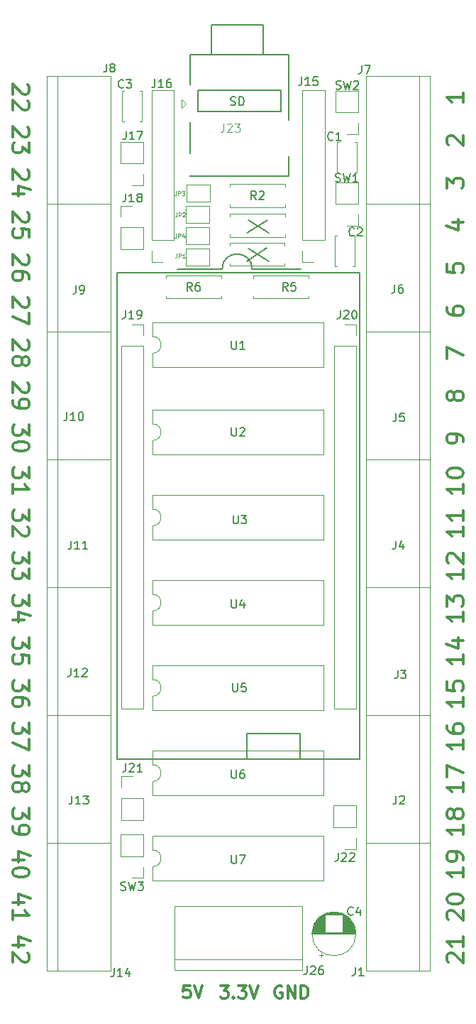
<source format=gbr>
%TF.GenerationSoftware,KiCad,Pcbnew,7.0.6*%
%TF.CreationDate,2024-08-21T19:33:41+02:00*%
%TF.ProjectId,Koracni ksilofon,4b6f7261-636e-4692-906b-73696c6f666f,rev?*%
%TF.SameCoordinates,PXca73a30PY16e2660*%
%TF.FileFunction,Legend,Top*%
%TF.FilePolarity,Positive*%
%FSLAX46Y46*%
G04 Gerber Fmt 4.6, Leading zero omitted, Abs format (unit mm)*
G04 Created by KiCad (PCBNEW 7.0.6) date 2024-08-21 19:33:41*
%MOMM*%
%LPD*%
G01*
G04 APERTURE LIST*
%ADD10C,0.150000*%
%ADD11C,0.300000*%
%ADD12C,0.125000*%
%ADD13C,0.100000*%
%ADD14C,0.120000*%
G04 APERTURE END LIST*
D10*
X13269000Y-31204000D02*
X42269000Y-31204000D01*
X42269000Y-89204000D01*
X13269000Y-89204000D01*
X13269000Y-31204000D01*
X29400000Y-30750000D02*
G75*
G03*
X25807898Y-30750000I-1796051J0D01*
G01*
X28950000Y-24925000D02*
X31425000Y-26450000D01*
X28900000Y-28300000D02*
X31375000Y-29825000D01*
X28760000Y-86150000D02*
X35110000Y-86150000D01*
X35110000Y-89198000D01*
X28760000Y-89198000D01*
X28760000Y-86150000D01*
X32811000Y-11939000D02*
X22905000Y-11939000D01*
X22905000Y-9399000D01*
X32811000Y-9399000D01*
X32811000Y-11939000D01*
X28750000Y-29800000D02*
X31150000Y-28250000D01*
X28800000Y-26425000D02*
X31200000Y-24875000D01*
X25807898Y-30750000D02*
X20491949Y-30750001D01*
X29400000Y-30750000D02*
X35223950Y-30750000D01*
D11*
X2804361Y-59474952D02*
X2804361Y-60713047D01*
X2804361Y-60713047D02*
X2042457Y-60046380D01*
X2042457Y-60046380D02*
X2042457Y-60332095D01*
X2042457Y-60332095D02*
X1947219Y-60522571D01*
X1947219Y-60522571D02*
X1851980Y-60617809D01*
X1851980Y-60617809D02*
X1661504Y-60713047D01*
X1661504Y-60713047D02*
X1185314Y-60713047D01*
X1185314Y-60713047D02*
X994838Y-60617809D01*
X994838Y-60617809D02*
X899600Y-60522571D01*
X899600Y-60522571D02*
X804361Y-60332095D01*
X804361Y-60332095D02*
X804361Y-59760666D01*
X804361Y-59760666D02*
X899600Y-59570190D01*
X899600Y-59570190D02*
X994838Y-59474952D01*
X2613885Y-61474952D02*
X2709123Y-61570190D01*
X2709123Y-61570190D02*
X2804361Y-61760666D01*
X2804361Y-61760666D02*
X2804361Y-62236857D01*
X2804361Y-62236857D02*
X2709123Y-62427333D01*
X2709123Y-62427333D02*
X2613885Y-62522571D01*
X2613885Y-62522571D02*
X2423409Y-62617809D01*
X2423409Y-62617809D02*
X2232933Y-62617809D01*
X2232933Y-62617809D02*
X1947219Y-62522571D01*
X1947219Y-62522571D02*
X804361Y-61379714D01*
X804361Y-61379714D02*
X804361Y-62617809D01*
X54623638Y-86874951D02*
X54623638Y-88017808D01*
X54623638Y-87446380D02*
X52623638Y-87446380D01*
X52623638Y-87446380D02*
X52909352Y-87636856D01*
X52909352Y-87636856D02*
X53099828Y-87827332D01*
X53099828Y-87827332D02*
X53195066Y-88017808D01*
X52623638Y-85160665D02*
X52623638Y-85541618D01*
X52623638Y-85541618D02*
X52718876Y-85732094D01*
X52718876Y-85732094D02*
X52814114Y-85827332D01*
X52814114Y-85827332D02*
X53099828Y-86017808D01*
X53099828Y-86017808D02*
X53480780Y-86113046D01*
X53480780Y-86113046D02*
X54242685Y-86113046D01*
X54242685Y-86113046D02*
X54433161Y-86017808D01*
X54433161Y-86017808D02*
X54528400Y-85922570D01*
X54528400Y-85922570D02*
X54623638Y-85732094D01*
X54623638Y-85732094D02*
X54623638Y-85351141D01*
X54623638Y-85351141D02*
X54528400Y-85160665D01*
X54528400Y-85160665D02*
X54433161Y-85065427D01*
X54433161Y-85065427D02*
X54242685Y-84970189D01*
X54242685Y-84970189D02*
X53766495Y-84970189D01*
X53766495Y-84970189D02*
X53576019Y-85065427D01*
X53576019Y-85065427D02*
X53480780Y-85160665D01*
X53480780Y-85160665D02*
X53385542Y-85351141D01*
X53385542Y-85351141D02*
X53385542Y-85732094D01*
X53385542Y-85732094D02*
X53480780Y-85922570D01*
X53480780Y-85922570D02*
X53576019Y-86017808D01*
X53576019Y-86017808D02*
X53766495Y-86113046D01*
X2613885Y-34170190D02*
X2709123Y-34265428D01*
X2709123Y-34265428D02*
X2804361Y-34455904D01*
X2804361Y-34455904D02*
X2804361Y-34932095D01*
X2804361Y-34932095D02*
X2709123Y-35122571D01*
X2709123Y-35122571D02*
X2613885Y-35217809D01*
X2613885Y-35217809D02*
X2423409Y-35313047D01*
X2423409Y-35313047D02*
X2232933Y-35313047D01*
X2232933Y-35313047D02*
X1947219Y-35217809D01*
X1947219Y-35217809D02*
X804361Y-34074952D01*
X804361Y-34074952D02*
X804361Y-35313047D01*
X2804361Y-35979714D02*
X2804361Y-37313047D01*
X2804361Y-37313047D02*
X804361Y-36455904D01*
X2613885Y-29090190D02*
X2709123Y-29185428D01*
X2709123Y-29185428D02*
X2804361Y-29375904D01*
X2804361Y-29375904D02*
X2804361Y-29852095D01*
X2804361Y-29852095D02*
X2709123Y-30042571D01*
X2709123Y-30042571D02*
X2613885Y-30137809D01*
X2613885Y-30137809D02*
X2423409Y-30233047D01*
X2423409Y-30233047D02*
X2232933Y-30233047D01*
X2232933Y-30233047D02*
X1947219Y-30137809D01*
X1947219Y-30137809D02*
X804361Y-28994952D01*
X804361Y-28994952D02*
X804361Y-30233047D01*
X2804361Y-31947333D02*
X2804361Y-31566380D01*
X2804361Y-31566380D02*
X2709123Y-31375904D01*
X2709123Y-31375904D02*
X2613885Y-31280666D01*
X2613885Y-31280666D02*
X2328171Y-31090190D01*
X2328171Y-31090190D02*
X1947219Y-30994952D01*
X1947219Y-30994952D02*
X1185314Y-30994952D01*
X1185314Y-30994952D02*
X994838Y-31090190D01*
X994838Y-31090190D02*
X899600Y-31185428D01*
X899600Y-31185428D02*
X804361Y-31375904D01*
X804361Y-31375904D02*
X804361Y-31756857D01*
X804361Y-31756857D02*
X899600Y-31947333D01*
X899600Y-31947333D02*
X994838Y-32042571D01*
X994838Y-32042571D02*
X1185314Y-32137809D01*
X1185314Y-32137809D02*
X1661504Y-32137809D01*
X1661504Y-32137809D02*
X1851980Y-32042571D01*
X1851980Y-32042571D02*
X1947219Y-31947333D01*
X1947219Y-31947333D02*
X2042457Y-31756857D01*
X2042457Y-31756857D02*
X2042457Y-31375904D01*
X2042457Y-31375904D02*
X1947219Y-31185428D01*
X1947219Y-31185428D02*
X1851980Y-31090190D01*
X1851980Y-31090190D02*
X1661504Y-30994952D01*
X2804361Y-54394952D02*
X2804361Y-55633047D01*
X2804361Y-55633047D02*
X2042457Y-54966380D01*
X2042457Y-54966380D02*
X2042457Y-55252095D01*
X2042457Y-55252095D02*
X1947219Y-55442571D01*
X1947219Y-55442571D02*
X1851980Y-55537809D01*
X1851980Y-55537809D02*
X1661504Y-55633047D01*
X1661504Y-55633047D02*
X1185314Y-55633047D01*
X1185314Y-55633047D02*
X994838Y-55537809D01*
X994838Y-55537809D02*
X899600Y-55442571D01*
X899600Y-55442571D02*
X804361Y-55252095D01*
X804361Y-55252095D02*
X804361Y-54680666D01*
X804361Y-54680666D02*
X899600Y-54490190D01*
X899600Y-54490190D02*
X994838Y-54394952D01*
X804361Y-57537809D02*
X804361Y-56394952D01*
X804361Y-56966380D02*
X2804361Y-56966380D01*
X2804361Y-56966380D02*
X2518647Y-56775904D01*
X2518647Y-56775904D02*
X2328171Y-56585428D01*
X2328171Y-56585428D02*
X2232933Y-56394952D01*
X54623638Y-61474951D02*
X54623638Y-62617808D01*
X54623638Y-62046380D02*
X52623638Y-62046380D01*
X52623638Y-62046380D02*
X52909352Y-62236856D01*
X52909352Y-62236856D02*
X53099828Y-62427332D01*
X53099828Y-62427332D02*
X53195066Y-62617808D01*
X54623638Y-59570189D02*
X54623638Y-60713046D01*
X54623638Y-60141618D02*
X52623638Y-60141618D01*
X52623638Y-60141618D02*
X52909352Y-60332094D01*
X52909352Y-60332094D02*
X53099828Y-60522570D01*
X53099828Y-60522570D02*
X53195066Y-60713046D01*
X2804361Y-74714952D02*
X2804361Y-75953047D01*
X2804361Y-75953047D02*
X2042457Y-75286380D01*
X2042457Y-75286380D02*
X2042457Y-75572095D01*
X2042457Y-75572095D02*
X1947219Y-75762571D01*
X1947219Y-75762571D02*
X1851980Y-75857809D01*
X1851980Y-75857809D02*
X1661504Y-75953047D01*
X1661504Y-75953047D02*
X1185314Y-75953047D01*
X1185314Y-75953047D02*
X994838Y-75857809D01*
X994838Y-75857809D02*
X899600Y-75762571D01*
X899600Y-75762571D02*
X804361Y-75572095D01*
X804361Y-75572095D02*
X804361Y-75000666D01*
X804361Y-75000666D02*
X899600Y-74810190D01*
X899600Y-74810190D02*
X994838Y-74714952D01*
X2804361Y-77762571D02*
X2804361Y-76810190D01*
X2804361Y-76810190D02*
X1851980Y-76714952D01*
X1851980Y-76714952D02*
X1947219Y-76810190D01*
X1947219Y-76810190D02*
X2042457Y-77000666D01*
X2042457Y-77000666D02*
X2042457Y-77476857D01*
X2042457Y-77476857D02*
X1947219Y-77667333D01*
X1947219Y-77667333D02*
X1851980Y-77762571D01*
X1851980Y-77762571D02*
X1661504Y-77857809D01*
X1661504Y-77857809D02*
X1185314Y-77857809D01*
X1185314Y-77857809D02*
X994838Y-77762571D01*
X994838Y-77762571D02*
X899600Y-77667333D01*
X899600Y-77667333D02*
X804361Y-77476857D01*
X804361Y-77476857D02*
X804361Y-77000666D01*
X804361Y-77000666D02*
X899600Y-76810190D01*
X899600Y-76810190D02*
X994838Y-76714952D01*
X2613885Y-8770190D02*
X2709123Y-8865428D01*
X2709123Y-8865428D02*
X2804361Y-9055904D01*
X2804361Y-9055904D02*
X2804361Y-9532095D01*
X2804361Y-9532095D02*
X2709123Y-9722571D01*
X2709123Y-9722571D02*
X2613885Y-9817809D01*
X2613885Y-9817809D02*
X2423409Y-9913047D01*
X2423409Y-9913047D02*
X2232933Y-9913047D01*
X2232933Y-9913047D02*
X1947219Y-9817809D01*
X1947219Y-9817809D02*
X804361Y-8674952D01*
X804361Y-8674952D02*
X804361Y-9913047D01*
X2613885Y-10674952D02*
X2709123Y-10770190D01*
X2709123Y-10770190D02*
X2804361Y-10960666D01*
X2804361Y-10960666D02*
X2804361Y-11436857D01*
X2804361Y-11436857D02*
X2709123Y-11627333D01*
X2709123Y-11627333D02*
X2613885Y-11722571D01*
X2613885Y-11722571D02*
X2423409Y-11817809D01*
X2423409Y-11817809D02*
X2232933Y-11817809D01*
X2232933Y-11817809D02*
X1947219Y-11722571D01*
X1947219Y-11722571D02*
X804361Y-10579714D01*
X804361Y-10579714D02*
X804361Y-11817809D01*
X54623638Y-56394951D02*
X54623638Y-57537808D01*
X54623638Y-56966380D02*
X52623638Y-56966380D01*
X52623638Y-56966380D02*
X52909352Y-57156856D01*
X52909352Y-57156856D02*
X53099828Y-57347332D01*
X53099828Y-57347332D02*
X53195066Y-57537808D01*
X52623638Y-55156856D02*
X52623638Y-54966379D01*
X52623638Y-54966379D02*
X52718876Y-54775903D01*
X52718876Y-54775903D02*
X52814114Y-54680665D01*
X52814114Y-54680665D02*
X53004590Y-54585427D01*
X53004590Y-54585427D02*
X53385542Y-54490189D01*
X53385542Y-54490189D02*
X53861733Y-54490189D01*
X53861733Y-54490189D02*
X54242685Y-54585427D01*
X54242685Y-54585427D02*
X54433161Y-54680665D01*
X54433161Y-54680665D02*
X54528400Y-54775903D01*
X54528400Y-54775903D02*
X54623638Y-54966379D01*
X54623638Y-54966379D02*
X54623638Y-55156856D01*
X54623638Y-55156856D02*
X54528400Y-55347332D01*
X54528400Y-55347332D02*
X54433161Y-55442570D01*
X54433161Y-55442570D02*
X54242685Y-55537808D01*
X54242685Y-55537808D02*
X53861733Y-55633046D01*
X53861733Y-55633046D02*
X53385542Y-55633046D01*
X53385542Y-55633046D02*
X53004590Y-55537808D01*
X53004590Y-55537808D02*
X52814114Y-55442570D01*
X52814114Y-55442570D02*
X52718876Y-55347332D01*
X52718876Y-55347332D02*
X52623638Y-55156856D01*
D10*
X26839160Y-11172200D02*
X26982017Y-11219819D01*
X26982017Y-11219819D02*
X27220112Y-11219819D01*
X27220112Y-11219819D02*
X27315350Y-11172200D01*
X27315350Y-11172200D02*
X27362969Y-11124580D01*
X27362969Y-11124580D02*
X27410588Y-11029342D01*
X27410588Y-11029342D02*
X27410588Y-10934104D01*
X27410588Y-10934104D02*
X27362969Y-10838866D01*
X27362969Y-10838866D02*
X27315350Y-10791247D01*
X27315350Y-10791247D02*
X27220112Y-10743628D01*
X27220112Y-10743628D02*
X27029636Y-10696009D01*
X27029636Y-10696009D02*
X26934398Y-10648390D01*
X26934398Y-10648390D02*
X26886779Y-10600771D01*
X26886779Y-10600771D02*
X26839160Y-10505533D01*
X26839160Y-10505533D02*
X26839160Y-10410295D01*
X26839160Y-10410295D02*
X26886779Y-10315057D01*
X26886779Y-10315057D02*
X26934398Y-10267438D01*
X26934398Y-10267438D02*
X27029636Y-10219819D01*
X27029636Y-10219819D02*
X27267731Y-10219819D01*
X27267731Y-10219819D02*
X27410588Y-10267438D01*
X27839160Y-11219819D02*
X27839160Y-10219819D01*
X27839160Y-10219819D02*
X28077255Y-10219819D01*
X28077255Y-10219819D02*
X28220112Y-10267438D01*
X28220112Y-10267438D02*
X28315350Y-10362676D01*
X28315350Y-10362676D02*
X28362969Y-10457914D01*
X28362969Y-10457914D02*
X28410588Y-10648390D01*
X28410588Y-10648390D02*
X28410588Y-10791247D01*
X28410588Y-10791247D02*
X28362969Y-10981723D01*
X28362969Y-10981723D02*
X28315350Y-11076961D01*
X28315350Y-11076961D02*
X28220112Y-11172200D01*
X28220112Y-11172200D02*
X28077255Y-11219819D01*
X28077255Y-11219819D02*
X27839160Y-11219819D01*
D11*
X2804361Y-49314952D02*
X2804361Y-50553047D01*
X2804361Y-50553047D02*
X2042457Y-49886380D01*
X2042457Y-49886380D02*
X2042457Y-50172095D01*
X2042457Y-50172095D02*
X1947219Y-50362571D01*
X1947219Y-50362571D02*
X1851980Y-50457809D01*
X1851980Y-50457809D02*
X1661504Y-50553047D01*
X1661504Y-50553047D02*
X1185314Y-50553047D01*
X1185314Y-50553047D02*
X994838Y-50457809D01*
X994838Y-50457809D02*
X899600Y-50362571D01*
X899600Y-50362571D02*
X804361Y-50172095D01*
X804361Y-50172095D02*
X804361Y-49600666D01*
X804361Y-49600666D02*
X899600Y-49410190D01*
X899600Y-49410190D02*
X994838Y-49314952D01*
X2804361Y-51791142D02*
X2804361Y-51981619D01*
X2804361Y-51981619D02*
X2709123Y-52172095D01*
X2709123Y-52172095D02*
X2613885Y-52267333D01*
X2613885Y-52267333D02*
X2423409Y-52362571D01*
X2423409Y-52362571D02*
X2042457Y-52457809D01*
X2042457Y-52457809D02*
X1566266Y-52457809D01*
X1566266Y-52457809D02*
X1185314Y-52362571D01*
X1185314Y-52362571D02*
X994838Y-52267333D01*
X994838Y-52267333D02*
X899600Y-52172095D01*
X899600Y-52172095D02*
X804361Y-51981619D01*
X804361Y-51981619D02*
X804361Y-51791142D01*
X804361Y-51791142D02*
X899600Y-51600666D01*
X899600Y-51600666D02*
X994838Y-51505428D01*
X994838Y-51505428D02*
X1185314Y-51410190D01*
X1185314Y-51410190D02*
X1566266Y-51314952D01*
X1566266Y-51314952D02*
X2042457Y-51314952D01*
X2042457Y-51314952D02*
X2423409Y-51410190D01*
X2423409Y-51410190D02*
X2613885Y-51505428D01*
X2613885Y-51505428D02*
X2709123Y-51600666D01*
X2709123Y-51600666D02*
X2804361Y-51791142D01*
X52814114Y-108337808D02*
X52718876Y-108242570D01*
X52718876Y-108242570D02*
X52623638Y-108052094D01*
X52623638Y-108052094D02*
X52623638Y-107575903D01*
X52623638Y-107575903D02*
X52718876Y-107385427D01*
X52718876Y-107385427D02*
X52814114Y-107290189D01*
X52814114Y-107290189D02*
X53004590Y-107194951D01*
X53004590Y-107194951D02*
X53195066Y-107194951D01*
X53195066Y-107194951D02*
X53480780Y-107290189D01*
X53480780Y-107290189D02*
X54623638Y-108433046D01*
X54623638Y-108433046D02*
X54623638Y-107194951D01*
X52623638Y-105956856D02*
X52623638Y-105766379D01*
X52623638Y-105766379D02*
X52718876Y-105575903D01*
X52718876Y-105575903D02*
X52814114Y-105480665D01*
X52814114Y-105480665D02*
X53004590Y-105385427D01*
X53004590Y-105385427D02*
X53385542Y-105290189D01*
X53385542Y-105290189D02*
X53861733Y-105290189D01*
X53861733Y-105290189D02*
X54242685Y-105385427D01*
X54242685Y-105385427D02*
X54433161Y-105480665D01*
X54433161Y-105480665D02*
X54528400Y-105575903D01*
X54528400Y-105575903D02*
X54623638Y-105766379D01*
X54623638Y-105766379D02*
X54623638Y-105956856D01*
X54623638Y-105956856D02*
X54528400Y-106147332D01*
X54528400Y-106147332D02*
X54433161Y-106242570D01*
X54433161Y-106242570D02*
X54242685Y-106337808D01*
X54242685Y-106337808D02*
X53861733Y-106433046D01*
X53861733Y-106433046D02*
X53385542Y-106433046D01*
X53385542Y-106433046D02*
X53004590Y-106337808D01*
X53004590Y-106337808D02*
X52814114Y-106242570D01*
X52814114Y-106242570D02*
X52718876Y-106147332D01*
X52718876Y-106147332D02*
X52623638Y-105956856D01*
X52814114Y-15945427D02*
X52718876Y-15850189D01*
X52718876Y-15850189D02*
X52623638Y-15659713D01*
X52623638Y-15659713D02*
X52623638Y-15183522D01*
X52623638Y-15183522D02*
X52718876Y-14993046D01*
X52718876Y-14993046D02*
X52814114Y-14897808D01*
X52814114Y-14897808D02*
X53004590Y-14802570D01*
X53004590Y-14802570D02*
X53195066Y-14802570D01*
X53195066Y-14802570D02*
X53480780Y-14897808D01*
X53480780Y-14897808D02*
X54623638Y-16040665D01*
X54623638Y-16040665D02*
X54623638Y-14802570D01*
X25611653Y-116200828D02*
X26540225Y-116200828D01*
X26540225Y-116200828D02*
X26040225Y-116772257D01*
X26040225Y-116772257D02*
X26254510Y-116772257D01*
X26254510Y-116772257D02*
X26397368Y-116843685D01*
X26397368Y-116843685D02*
X26468796Y-116915114D01*
X26468796Y-116915114D02*
X26540225Y-117057971D01*
X26540225Y-117057971D02*
X26540225Y-117415114D01*
X26540225Y-117415114D02*
X26468796Y-117557971D01*
X26468796Y-117557971D02*
X26397368Y-117629400D01*
X26397368Y-117629400D02*
X26254510Y-117700828D01*
X26254510Y-117700828D02*
X25825939Y-117700828D01*
X25825939Y-117700828D02*
X25683082Y-117629400D01*
X25683082Y-117629400D02*
X25611653Y-117557971D01*
X27183081Y-117557971D02*
X27254510Y-117629400D01*
X27254510Y-117629400D02*
X27183081Y-117700828D01*
X27183081Y-117700828D02*
X27111653Y-117629400D01*
X27111653Y-117629400D02*
X27183081Y-117557971D01*
X27183081Y-117557971D02*
X27183081Y-117700828D01*
X27754510Y-116200828D02*
X28683082Y-116200828D01*
X28683082Y-116200828D02*
X28183082Y-116772257D01*
X28183082Y-116772257D02*
X28397367Y-116772257D01*
X28397367Y-116772257D02*
X28540225Y-116843685D01*
X28540225Y-116843685D02*
X28611653Y-116915114D01*
X28611653Y-116915114D02*
X28683082Y-117057971D01*
X28683082Y-117057971D02*
X28683082Y-117415114D01*
X28683082Y-117415114D02*
X28611653Y-117557971D01*
X28611653Y-117557971D02*
X28540225Y-117629400D01*
X28540225Y-117629400D02*
X28397367Y-117700828D01*
X28397367Y-117700828D02*
X27968796Y-117700828D01*
X27968796Y-117700828D02*
X27825939Y-117629400D01*
X27825939Y-117629400D02*
X27754510Y-117557971D01*
X29111653Y-116200828D02*
X29611653Y-117700828D01*
X29611653Y-117700828D02*
X30111653Y-116200828D01*
X54623638Y-81794951D02*
X54623638Y-82937808D01*
X54623638Y-82366380D02*
X52623638Y-82366380D01*
X52623638Y-82366380D02*
X52909352Y-82556856D01*
X52909352Y-82556856D02*
X53099828Y-82747332D01*
X53099828Y-82747332D02*
X53195066Y-82937808D01*
X52623638Y-79985427D02*
X52623638Y-80937808D01*
X52623638Y-80937808D02*
X53576019Y-81033046D01*
X53576019Y-81033046D02*
X53480780Y-80937808D01*
X53480780Y-80937808D02*
X53385542Y-80747332D01*
X53385542Y-80747332D02*
X53385542Y-80271141D01*
X53385542Y-80271141D02*
X53480780Y-80080665D01*
X53480780Y-80080665D02*
X53576019Y-79985427D01*
X53576019Y-79985427D02*
X53766495Y-79890189D01*
X53766495Y-79890189D02*
X54242685Y-79890189D01*
X54242685Y-79890189D02*
X54433161Y-79985427D01*
X54433161Y-79985427D02*
X54528400Y-80080665D01*
X54528400Y-80080665D02*
X54623638Y-80271141D01*
X54623638Y-80271141D02*
X54623638Y-80747332D01*
X54623638Y-80747332D02*
X54528400Y-80937808D01*
X54528400Y-80937808D02*
X54433161Y-81033046D01*
X2804361Y-84874952D02*
X2804361Y-86113047D01*
X2804361Y-86113047D02*
X2042457Y-85446380D01*
X2042457Y-85446380D02*
X2042457Y-85732095D01*
X2042457Y-85732095D02*
X1947219Y-85922571D01*
X1947219Y-85922571D02*
X1851980Y-86017809D01*
X1851980Y-86017809D02*
X1661504Y-86113047D01*
X1661504Y-86113047D02*
X1185314Y-86113047D01*
X1185314Y-86113047D02*
X994838Y-86017809D01*
X994838Y-86017809D02*
X899600Y-85922571D01*
X899600Y-85922571D02*
X804361Y-85732095D01*
X804361Y-85732095D02*
X804361Y-85160666D01*
X804361Y-85160666D02*
X899600Y-84970190D01*
X899600Y-84970190D02*
X994838Y-84874952D01*
X2804361Y-86779714D02*
X2804361Y-88113047D01*
X2804361Y-88113047D02*
X804361Y-87255904D01*
X32940225Y-116272257D02*
X32797368Y-116200828D01*
X32797368Y-116200828D02*
X32583082Y-116200828D01*
X32583082Y-116200828D02*
X32368796Y-116272257D01*
X32368796Y-116272257D02*
X32225939Y-116415114D01*
X32225939Y-116415114D02*
X32154510Y-116557971D01*
X32154510Y-116557971D02*
X32083082Y-116843685D01*
X32083082Y-116843685D02*
X32083082Y-117057971D01*
X32083082Y-117057971D02*
X32154510Y-117343685D01*
X32154510Y-117343685D02*
X32225939Y-117486542D01*
X32225939Y-117486542D02*
X32368796Y-117629400D01*
X32368796Y-117629400D02*
X32583082Y-117700828D01*
X32583082Y-117700828D02*
X32725939Y-117700828D01*
X32725939Y-117700828D02*
X32940225Y-117629400D01*
X32940225Y-117629400D02*
X33011653Y-117557971D01*
X33011653Y-117557971D02*
X33011653Y-117057971D01*
X33011653Y-117057971D02*
X32725939Y-117057971D01*
X33654510Y-117700828D02*
X33654510Y-116200828D01*
X33654510Y-116200828D02*
X34511653Y-117700828D01*
X34511653Y-117700828D02*
X34511653Y-116200828D01*
X35225939Y-117700828D02*
X35225939Y-116200828D01*
X35225939Y-116200828D02*
X35583082Y-116200828D01*
X35583082Y-116200828D02*
X35797368Y-116272257D01*
X35797368Y-116272257D02*
X35940225Y-116415114D01*
X35940225Y-116415114D02*
X36011654Y-116557971D01*
X36011654Y-116557971D02*
X36083082Y-116843685D01*
X36083082Y-116843685D02*
X36083082Y-117057971D01*
X36083082Y-117057971D02*
X36011654Y-117343685D01*
X36011654Y-117343685D02*
X35940225Y-117486542D01*
X35940225Y-117486542D02*
X35797368Y-117629400D01*
X35797368Y-117629400D02*
X35583082Y-117700828D01*
X35583082Y-117700828D02*
X35225939Y-117700828D01*
X2804361Y-89954952D02*
X2804361Y-91193047D01*
X2804361Y-91193047D02*
X2042457Y-90526380D01*
X2042457Y-90526380D02*
X2042457Y-90812095D01*
X2042457Y-90812095D02*
X1947219Y-91002571D01*
X1947219Y-91002571D02*
X1851980Y-91097809D01*
X1851980Y-91097809D02*
X1661504Y-91193047D01*
X1661504Y-91193047D02*
X1185314Y-91193047D01*
X1185314Y-91193047D02*
X994838Y-91097809D01*
X994838Y-91097809D02*
X899600Y-91002571D01*
X899600Y-91002571D02*
X804361Y-90812095D01*
X804361Y-90812095D02*
X804361Y-90240666D01*
X804361Y-90240666D02*
X899600Y-90050190D01*
X899600Y-90050190D02*
X994838Y-89954952D01*
X1947219Y-92335904D02*
X2042457Y-92145428D01*
X2042457Y-92145428D02*
X2137695Y-92050190D01*
X2137695Y-92050190D02*
X2328171Y-91954952D01*
X2328171Y-91954952D02*
X2423409Y-91954952D01*
X2423409Y-91954952D02*
X2613885Y-92050190D01*
X2613885Y-92050190D02*
X2709123Y-92145428D01*
X2709123Y-92145428D02*
X2804361Y-92335904D01*
X2804361Y-92335904D02*
X2804361Y-92716857D01*
X2804361Y-92716857D02*
X2709123Y-92907333D01*
X2709123Y-92907333D02*
X2613885Y-93002571D01*
X2613885Y-93002571D02*
X2423409Y-93097809D01*
X2423409Y-93097809D02*
X2328171Y-93097809D01*
X2328171Y-93097809D02*
X2137695Y-93002571D01*
X2137695Y-93002571D02*
X2042457Y-92907333D01*
X2042457Y-92907333D02*
X1947219Y-92716857D01*
X1947219Y-92716857D02*
X1947219Y-92335904D01*
X1947219Y-92335904D02*
X1851980Y-92145428D01*
X1851980Y-92145428D02*
X1756742Y-92050190D01*
X1756742Y-92050190D02*
X1566266Y-91954952D01*
X1566266Y-91954952D02*
X1185314Y-91954952D01*
X1185314Y-91954952D02*
X994838Y-92050190D01*
X994838Y-92050190D02*
X899600Y-92145428D01*
X899600Y-92145428D02*
X804361Y-92335904D01*
X804361Y-92335904D02*
X804361Y-92716857D01*
X804361Y-92716857D02*
X899600Y-92907333D01*
X899600Y-92907333D02*
X994838Y-93002571D01*
X994838Y-93002571D02*
X1185314Y-93097809D01*
X1185314Y-93097809D02*
X1566266Y-93097809D01*
X1566266Y-93097809D02*
X1756742Y-93002571D01*
X1756742Y-93002571D02*
X1851980Y-92907333D01*
X1851980Y-92907333D02*
X1947219Y-92716857D01*
X52623638Y-35313046D02*
X52623638Y-35693999D01*
X52623638Y-35693999D02*
X52718876Y-35884475D01*
X52718876Y-35884475D02*
X52814114Y-35979713D01*
X52814114Y-35979713D02*
X53099828Y-36170189D01*
X53099828Y-36170189D02*
X53480780Y-36265427D01*
X53480780Y-36265427D02*
X54242685Y-36265427D01*
X54242685Y-36265427D02*
X54433161Y-36170189D01*
X54433161Y-36170189D02*
X54528400Y-36074951D01*
X54528400Y-36074951D02*
X54623638Y-35884475D01*
X54623638Y-35884475D02*
X54623638Y-35503522D01*
X54623638Y-35503522D02*
X54528400Y-35313046D01*
X54528400Y-35313046D02*
X54433161Y-35217808D01*
X54433161Y-35217808D02*
X54242685Y-35122570D01*
X54242685Y-35122570D02*
X53766495Y-35122570D01*
X53766495Y-35122570D02*
X53576019Y-35217808D01*
X53576019Y-35217808D02*
X53480780Y-35313046D01*
X53480780Y-35313046D02*
X53385542Y-35503522D01*
X53385542Y-35503522D02*
X53385542Y-35884475D01*
X53385542Y-35884475D02*
X53480780Y-36074951D01*
X53480780Y-36074951D02*
X53576019Y-36170189D01*
X53576019Y-36170189D02*
X53766495Y-36265427D01*
X54623638Y-97034951D02*
X54623638Y-98177808D01*
X54623638Y-97606380D02*
X52623638Y-97606380D01*
X52623638Y-97606380D02*
X52909352Y-97796856D01*
X52909352Y-97796856D02*
X53099828Y-97987332D01*
X53099828Y-97987332D02*
X53195066Y-98177808D01*
X53480780Y-95892094D02*
X53385542Y-96082570D01*
X53385542Y-96082570D02*
X53290304Y-96177808D01*
X53290304Y-96177808D02*
X53099828Y-96273046D01*
X53099828Y-96273046D02*
X53004590Y-96273046D01*
X53004590Y-96273046D02*
X52814114Y-96177808D01*
X52814114Y-96177808D02*
X52718876Y-96082570D01*
X52718876Y-96082570D02*
X52623638Y-95892094D01*
X52623638Y-95892094D02*
X52623638Y-95511141D01*
X52623638Y-95511141D02*
X52718876Y-95320665D01*
X52718876Y-95320665D02*
X52814114Y-95225427D01*
X52814114Y-95225427D02*
X53004590Y-95130189D01*
X53004590Y-95130189D02*
X53099828Y-95130189D01*
X53099828Y-95130189D02*
X53290304Y-95225427D01*
X53290304Y-95225427D02*
X53385542Y-95320665D01*
X53385542Y-95320665D02*
X53480780Y-95511141D01*
X53480780Y-95511141D02*
X53480780Y-95892094D01*
X53480780Y-95892094D02*
X53576019Y-96082570D01*
X53576019Y-96082570D02*
X53671257Y-96177808D01*
X53671257Y-96177808D02*
X53861733Y-96273046D01*
X53861733Y-96273046D02*
X54242685Y-96273046D01*
X54242685Y-96273046D02*
X54433161Y-96177808D01*
X54433161Y-96177808D02*
X54528400Y-96082570D01*
X54528400Y-96082570D02*
X54623638Y-95892094D01*
X54623638Y-95892094D02*
X54623638Y-95511141D01*
X54623638Y-95511141D02*
X54528400Y-95320665D01*
X54528400Y-95320665D02*
X54433161Y-95225427D01*
X54433161Y-95225427D02*
X54242685Y-95130189D01*
X54242685Y-95130189D02*
X53861733Y-95130189D01*
X53861733Y-95130189D02*
X53671257Y-95225427D01*
X53671257Y-95225427D02*
X53576019Y-95320665D01*
X53576019Y-95320665D02*
X53480780Y-95511141D01*
X52814114Y-113417808D02*
X52718876Y-113322570D01*
X52718876Y-113322570D02*
X52623638Y-113132094D01*
X52623638Y-113132094D02*
X52623638Y-112655903D01*
X52623638Y-112655903D02*
X52718876Y-112465427D01*
X52718876Y-112465427D02*
X52814114Y-112370189D01*
X52814114Y-112370189D02*
X53004590Y-112274951D01*
X53004590Y-112274951D02*
X53195066Y-112274951D01*
X53195066Y-112274951D02*
X53480780Y-112370189D01*
X53480780Y-112370189D02*
X54623638Y-113513046D01*
X54623638Y-113513046D02*
X54623638Y-112274951D01*
X54623638Y-110370189D02*
X54623638Y-111513046D01*
X54623638Y-110941618D02*
X52623638Y-110941618D01*
X52623638Y-110941618D02*
X52909352Y-111132094D01*
X52909352Y-111132094D02*
X53099828Y-111322570D01*
X53099828Y-111322570D02*
X53195066Y-111513046D01*
X54623638Y-71634951D02*
X54623638Y-72777808D01*
X54623638Y-72206380D02*
X52623638Y-72206380D01*
X52623638Y-72206380D02*
X52909352Y-72396856D01*
X52909352Y-72396856D02*
X53099828Y-72587332D01*
X53099828Y-72587332D02*
X53195066Y-72777808D01*
X52623638Y-70968284D02*
X52623638Y-69730189D01*
X52623638Y-69730189D02*
X53385542Y-70396856D01*
X53385542Y-70396856D02*
X53385542Y-70111141D01*
X53385542Y-70111141D02*
X53480780Y-69920665D01*
X53480780Y-69920665D02*
X53576019Y-69825427D01*
X53576019Y-69825427D02*
X53766495Y-69730189D01*
X53766495Y-69730189D02*
X54242685Y-69730189D01*
X54242685Y-69730189D02*
X54433161Y-69825427D01*
X54433161Y-69825427D02*
X54528400Y-69920665D01*
X54528400Y-69920665D02*
X54623638Y-70111141D01*
X54623638Y-70111141D02*
X54623638Y-70682570D01*
X54623638Y-70682570D02*
X54528400Y-70873046D01*
X54528400Y-70873046D02*
X54433161Y-70968284D01*
X54623638Y-51314951D02*
X54623638Y-50933999D01*
X54623638Y-50933999D02*
X54528400Y-50743522D01*
X54528400Y-50743522D02*
X54433161Y-50648284D01*
X54433161Y-50648284D02*
X54147447Y-50457808D01*
X54147447Y-50457808D02*
X53766495Y-50362570D01*
X53766495Y-50362570D02*
X53004590Y-50362570D01*
X53004590Y-50362570D02*
X52814114Y-50457808D01*
X52814114Y-50457808D02*
X52718876Y-50553046D01*
X52718876Y-50553046D02*
X52623638Y-50743522D01*
X52623638Y-50743522D02*
X52623638Y-51124475D01*
X52623638Y-51124475D02*
X52718876Y-51314951D01*
X52718876Y-51314951D02*
X52814114Y-51410189D01*
X52814114Y-51410189D02*
X53004590Y-51505427D01*
X53004590Y-51505427D02*
X53480780Y-51505427D01*
X53480780Y-51505427D02*
X53671257Y-51410189D01*
X53671257Y-51410189D02*
X53766495Y-51314951D01*
X53766495Y-51314951D02*
X53861733Y-51124475D01*
X53861733Y-51124475D02*
X53861733Y-50743522D01*
X53861733Y-50743522D02*
X53766495Y-50553046D01*
X53766495Y-50553046D02*
X53671257Y-50457808D01*
X53671257Y-50457808D02*
X53480780Y-50362570D01*
X52623638Y-21120665D02*
X52623638Y-19882570D01*
X52623638Y-19882570D02*
X53385542Y-20549237D01*
X53385542Y-20549237D02*
X53385542Y-20263522D01*
X53385542Y-20263522D02*
X53480780Y-20073046D01*
X53480780Y-20073046D02*
X53576019Y-19977808D01*
X53576019Y-19977808D02*
X53766495Y-19882570D01*
X53766495Y-19882570D02*
X54242685Y-19882570D01*
X54242685Y-19882570D02*
X54433161Y-19977808D01*
X54433161Y-19977808D02*
X54528400Y-20073046D01*
X54528400Y-20073046D02*
X54623638Y-20263522D01*
X54623638Y-20263522D02*
X54623638Y-20834951D01*
X54623638Y-20834951D02*
X54528400Y-21025427D01*
X54528400Y-21025427D02*
X54433161Y-21120665D01*
X2804361Y-95034952D02*
X2804361Y-96273047D01*
X2804361Y-96273047D02*
X2042457Y-95606380D01*
X2042457Y-95606380D02*
X2042457Y-95892095D01*
X2042457Y-95892095D02*
X1947219Y-96082571D01*
X1947219Y-96082571D02*
X1851980Y-96177809D01*
X1851980Y-96177809D02*
X1661504Y-96273047D01*
X1661504Y-96273047D02*
X1185314Y-96273047D01*
X1185314Y-96273047D02*
X994838Y-96177809D01*
X994838Y-96177809D02*
X899600Y-96082571D01*
X899600Y-96082571D02*
X804361Y-95892095D01*
X804361Y-95892095D02*
X804361Y-95320666D01*
X804361Y-95320666D02*
X899600Y-95130190D01*
X899600Y-95130190D02*
X994838Y-95034952D01*
X804361Y-97225428D02*
X804361Y-97606380D01*
X804361Y-97606380D02*
X899600Y-97796857D01*
X899600Y-97796857D02*
X994838Y-97892095D01*
X994838Y-97892095D02*
X1280552Y-98082571D01*
X1280552Y-98082571D02*
X1661504Y-98177809D01*
X1661504Y-98177809D02*
X2423409Y-98177809D01*
X2423409Y-98177809D02*
X2613885Y-98082571D01*
X2613885Y-98082571D02*
X2709123Y-97987333D01*
X2709123Y-97987333D02*
X2804361Y-97796857D01*
X2804361Y-97796857D02*
X2804361Y-97415904D01*
X2804361Y-97415904D02*
X2709123Y-97225428D01*
X2709123Y-97225428D02*
X2613885Y-97130190D01*
X2613885Y-97130190D02*
X2423409Y-97034952D01*
X2423409Y-97034952D02*
X1947219Y-97034952D01*
X1947219Y-97034952D02*
X1756742Y-97130190D01*
X1756742Y-97130190D02*
X1661504Y-97225428D01*
X1661504Y-97225428D02*
X1566266Y-97415904D01*
X1566266Y-97415904D02*
X1566266Y-97796857D01*
X1566266Y-97796857D02*
X1661504Y-97987333D01*
X1661504Y-97987333D02*
X1756742Y-98082571D01*
X1756742Y-98082571D02*
X1947219Y-98177809D01*
X21968796Y-116150828D02*
X21254510Y-116150828D01*
X21254510Y-116150828D02*
X21183082Y-116865114D01*
X21183082Y-116865114D02*
X21254510Y-116793685D01*
X21254510Y-116793685D02*
X21397368Y-116722257D01*
X21397368Y-116722257D02*
X21754510Y-116722257D01*
X21754510Y-116722257D02*
X21897368Y-116793685D01*
X21897368Y-116793685D02*
X21968796Y-116865114D01*
X21968796Y-116865114D02*
X22040225Y-117007971D01*
X22040225Y-117007971D02*
X22040225Y-117365114D01*
X22040225Y-117365114D02*
X21968796Y-117507971D01*
X21968796Y-117507971D02*
X21897368Y-117579400D01*
X21897368Y-117579400D02*
X21754510Y-117650828D01*
X21754510Y-117650828D02*
X21397368Y-117650828D01*
X21397368Y-117650828D02*
X21254510Y-117579400D01*
X21254510Y-117579400D02*
X21183082Y-117507971D01*
X22468796Y-116150828D02*
X22968796Y-117650828D01*
X22968796Y-117650828D02*
X23468796Y-116150828D01*
X54623638Y-102114951D02*
X54623638Y-103257808D01*
X54623638Y-102686380D02*
X52623638Y-102686380D01*
X52623638Y-102686380D02*
X52909352Y-102876856D01*
X52909352Y-102876856D02*
X53099828Y-103067332D01*
X53099828Y-103067332D02*
X53195066Y-103257808D01*
X54623638Y-101162570D02*
X54623638Y-100781618D01*
X54623638Y-100781618D02*
X54528400Y-100591141D01*
X54528400Y-100591141D02*
X54433161Y-100495903D01*
X54433161Y-100495903D02*
X54147447Y-100305427D01*
X54147447Y-100305427D02*
X53766495Y-100210189D01*
X53766495Y-100210189D02*
X53004590Y-100210189D01*
X53004590Y-100210189D02*
X52814114Y-100305427D01*
X52814114Y-100305427D02*
X52718876Y-100400665D01*
X52718876Y-100400665D02*
X52623638Y-100591141D01*
X52623638Y-100591141D02*
X52623638Y-100972094D01*
X52623638Y-100972094D02*
X52718876Y-101162570D01*
X52718876Y-101162570D02*
X52814114Y-101257808D01*
X52814114Y-101257808D02*
X53004590Y-101353046D01*
X53004590Y-101353046D02*
X53480780Y-101353046D01*
X53480780Y-101353046D02*
X53671257Y-101257808D01*
X53671257Y-101257808D02*
X53766495Y-101162570D01*
X53766495Y-101162570D02*
X53861733Y-100972094D01*
X53861733Y-100972094D02*
X53861733Y-100591141D01*
X53861733Y-100591141D02*
X53766495Y-100400665D01*
X53766495Y-100400665D02*
X53671257Y-100305427D01*
X53671257Y-100305427D02*
X53480780Y-100210189D01*
X2613885Y-13850190D02*
X2709123Y-13945428D01*
X2709123Y-13945428D02*
X2804361Y-14135904D01*
X2804361Y-14135904D02*
X2804361Y-14612095D01*
X2804361Y-14612095D02*
X2709123Y-14802571D01*
X2709123Y-14802571D02*
X2613885Y-14897809D01*
X2613885Y-14897809D02*
X2423409Y-14993047D01*
X2423409Y-14993047D02*
X2232933Y-14993047D01*
X2232933Y-14993047D02*
X1947219Y-14897809D01*
X1947219Y-14897809D02*
X804361Y-13754952D01*
X804361Y-13754952D02*
X804361Y-14993047D01*
X2804361Y-15659714D02*
X2804361Y-16897809D01*
X2804361Y-16897809D02*
X2042457Y-16231142D01*
X2042457Y-16231142D02*
X2042457Y-16516857D01*
X2042457Y-16516857D02*
X1947219Y-16707333D01*
X1947219Y-16707333D02*
X1851980Y-16802571D01*
X1851980Y-16802571D02*
X1661504Y-16897809D01*
X1661504Y-16897809D02*
X1185314Y-16897809D01*
X1185314Y-16897809D02*
X994838Y-16802571D01*
X994838Y-16802571D02*
X899600Y-16707333D01*
X899600Y-16707333D02*
X804361Y-16516857D01*
X804361Y-16516857D02*
X804361Y-15945428D01*
X804361Y-15945428D02*
X899600Y-15754952D01*
X899600Y-15754952D02*
X994838Y-15659714D01*
X2137695Y-111322571D02*
X804361Y-111322571D01*
X2899600Y-110846380D02*
X1471028Y-110370190D01*
X1471028Y-110370190D02*
X1471028Y-111608285D01*
X2613885Y-112274952D02*
X2709123Y-112370190D01*
X2709123Y-112370190D02*
X2804361Y-112560666D01*
X2804361Y-112560666D02*
X2804361Y-113036857D01*
X2804361Y-113036857D02*
X2709123Y-113227333D01*
X2709123Y-113227333D02*
X2613885Y-113322571D01*
X2613885Y-113322571D02*
X2423409Y-113417809D01*
X2423409Y-113417809D02*
X2232933Y-113417809D01*
X2232933Y-113417809D02*
X1947219Y-113322571D01*
X1947219Y-113322571D02*
X804361Y-112179714D01*
X804361Y-112179714D02*
X804361Y-113417809D01*
X2804361Y-69634952D02*
X2804361Y-70873047D01*
X2804361Y-70873047D02*
X2042457Y-70206380D01*
X2042457Y-70206380D02*
X2042457Y-70492095D01*
X2042457Y-70492095D02*
X1947219Y-70682571D01*
X1947219Y-70682571D02*
X1851980Y-70777809D01*
X1851980Y-70777809D02*
X1661504Y-70873047D01*
X1661504Y-70873047D02*
X1185314Y-70873047D01*
X1185314Y-70873047D02*
X994838Y-70777809D01*
X994838Y-70777809D02*
X899600Y-70682571D01*
X899600Y-70682571D02*
X804361Y-70492095D01*
X804361Y-70492095D02*
X804361Y-69920666D01*
X804361Y-69920666D02*
X899600Y-69730190D01*
X899600Y-69730190D02*
X994838Y-69634952D01*
X2137695Y-72587333D02*
X804361Y-72587333D01*
X2899600Y-72111142D02*
X1471028Y-71634952D01*
X1471028Y-71634952D02*
X1471028Y-72873047D01*
X2137695Y-106242571D02*
X804361Y-106242571D01*
X2899600Y-105766380D02*
X1471028Y-105290190D01*
X1471028Y-105290190D02*
X1471028Y-106528285D01*
X804361Y-108337809D02*
X804361Y-107194952D01*
X804361Y-107766380D02*
X2804361Y-107766380D01*
X2804361Y-107766380D02*
X2518647Y-107575904D01*
X2518647Y-107575904D02*
X2328171Y-107385428D01*
X2328171Y-107385428D02*
X2232933Y-107194952D01*
X2613885Y-24010190D02*
X2709123Y-24105428D01*
X2709123Y-24105428D02*
X2804361Y-24295904D01*
X2804361Y-24295904D02*
X2804361Y-24772095D01*
X2804361Y-24772095D02*
X2709123Y-24962571D01*
X2709123Y-24962571D02*
X2613885Y-25057809D01*
X2613885Y-25057809D02*
X2423409Y-25153047D01*
X2423409Y-25153047D02*
X2232933Y-25153047D01*
X2232933Y-25153047D02*
X1947219Y-25057809D01*
X1947219Y-25057809D02*
X804361Y-23914952D01*
X804361Y-23914952D02*
X804361Y-25153047D01*
X2804361Y-26962571D02*
X2804361Y-26010190D01*
X2804361Y-26010190D02*
X1851980Y-25914952D01*
X1851980Y-25914952D02*
X1947219Y-26010190D01*
X1947219Y-26010190D02*
X2042457Y-26200666D01*
X2042457Y-26200666D02*
X2042457Y-26676857D01*
X2042457Y-26676857D02*
X1947219Y-26867333D01*
X1947219Y-26867333D02*
X1851980Y-26962571D01*
X1851980Y-26962571D02*
X1661504Y-27057809D01*
X1661504Y-27057809D02*
X1185314Y-27057809D01*
X1185314Y-27057809D02*
X994838Y-26962571D01*
X994838Y-26962571D02*
X899600Y-26867333D01*
X899600Y-26867333D02*
X804361Y-26676857D01*
X804361Y-26676857D02*
X804361Y-26200666D01*
X804361Y-26200666D02*
X899600Y-26010190D01*
X899600Y-26010190D02*
X994838Y-25914952D01*
X53290304Y-25153046D02*
X54623638Y-25153046D01*
X52528400Y-25629237D02*
X53956971Y-26105427D01*
X53956971Y-26105427D02*
X53956971Y-24867332D01*
X54623638Y-66554951D02*
X54623638Y-67697808D01*
X54623638Y-67126380D02*
X52623638Y-67126380D01*
X52623638Y-67126380D02*
X52909352Y-67316856D01*
X52909352Y-67316856D02*
X53099828Y-67507332D01*
X53099828Y-67507332D02*
X53195066Y-67697808D01*
X52814114Y-65793046D02*
X52718876Y-65697808D01*
X52718876Y-65697808D02*
X52623638Y-65507332D01*
X52623638Y-65507332D02*
X52623638Y-65031141D01*
X52623638Y-65031141D02*
X52718876Y-64840665D01*
X52718876Y-64840665D02*
X52814114Y-64745427D01*
X52814114Y-64745427D02*
X53004590Y-64650189D01*
X53004590Y-64650189D02*
X53195066Y-64650189D01*
X53195066Y-64650189D02*
X53480780Y-64745427D01*
X53480780Y-64745427D02*
X54623638Y-65888284D01*
X54623638Y-65888284D02*
X54623638Y-64650189D01*
X2613885Y-44330190D02*
X2709123Y-44425428D01*
X2709123Y-44425428D02*
X2804361Y-44615904D01*
X2804361Y-44615904D02*
X2804361Y-45092095D01*
X2804361Y-45092095D02*
X2709123Y-45282571D01*
X2709123Y-45282571D02*
X2613885Y-45377809D01*
X2613885Y-45377809D02*
X2423409Y-45473047D01*
X2423409Y-45473047D02*
X2232933Y-45473047D01*
X2232933Y-45473047D02*
X1947219Y-45377809D01*
X1947219Y-45377809D02*
X804361Y-44234952D01*
X804361Y-44234952D02*
X804361Y-45473047D01*
X804361Y-46425428D02*
X804361Y-46806380D01*
X804361Y-46806380D02*
X899600Y-46996857D01*
X899600Y-46996857D02*
X994838Y-47092095D01*
X994838Y-47092095D02*
X1280552Y-47282571D01*
X1280552Y-47282571D02*
X1661504Y-47377809D01*
X1661504Y-47377809D02*
X2423409Y-47377809D01*
X2423409Y-47377809D02*
X2613885Y-47282571D01*
X2613885Y-47282571D02*
X2709123Y-47187333D01*
X2709123Y-47187333D02*
X2804361Y-46996857D01*
X2804361Y-46996857D02*
X2804361Y-46615904D01*
X2804361Y-46615904D02*
X2709123Y-46425428D01*
X2709123Y-46425428D02*
X2613885Y-46330190D01*
X2613885Y-46330190D02*
X2423409Y-46234952D01*
X2423409Y-46234952D02*
X1947219Y-46234952D01*
X1947219Y-46234952D02*
X1756742Y-46330190D01*
X1756742Y-46330190D02*
X1661504Y-46425428D01*
X1661504Y-46425428D02*
X1566266Y-46615904D01*
X1566266Y-46615904D02*
X1566266Y-46996857D01*
X1566266Y-46996857D02*
X1661504Y-47187333D01*
X1661504Y-47187333D02*
X1756742Y-47282571D01*
X1756742Y-47282571D02*
X1947219Y-47377809D01*
X2804361Y-64554952D02*
X2804361Y-65793047D01*
X2804361Y-65793047D02*
X2042457Y-65126380D01*
X2042457Y-65126380D02*
X2042457Y-65412095D01*
X2042457Y-65412095D02*
X1947219Y-65602571D01*
X1947219Y-65602571D02*
X1851980Y-65697809D01*
X1851980Y-65697809D02*
X1661504Y-65793047D01*
X1661504Y-65793047D02*
X1185314Y-65793047D01*
X1185314Y-65793047D02*
X994838Y-65697809D01*
X994838Y-65697809D02*
X899600Y-65602571D01*
X899600Y-65602571D02*
X804361Y-65412095D01*
X804361Y-65412095D02*
X804361Y-64840666D01*
X804361Y-64840666D02*
X899600Y-64650190D01*
X899600Y-64650190D02*
X994838Y-64554952D01*
X2804361Y-66459714D02*
X2804361Y-67697809D01*
X2804361Y-67697809D02*
X2042457Y-67031142D01*
X2042457Y-67031142D02*
X2042457Y-67316857D01*
X2042457Y-67316857D02*
X1947219Y-67507333D01*
X1947219Y-67507333D02*
X1851980Y-67602571D01*
X1851980Y-67602571D02*
X1661504Y-67697809D01*
X1661504Y-67697809D02*
X1185314Y-67697809D01*
X1185314Y-67697809D02*
X994838Y-67602571D01*
X994838Y-67602571D02*
X899600Y-67507333D01*
X899600Y-67507333D02*
X804361Y-67316857D01*
X804361Y-67316857D02*
X804361Y-66745428D01*
X804361Y-66745428D02*
X899600Y-66554952D01*
X899600Y-66554952D02*
X994838Y-66459714D01*
X52623638Y-30137808D02*
X52623638Y-31090189D01*
X52623638Y-31090189D02*
X53576019Y-31185427D01*
X53576019Y-31185427D02*
X53480780Y-31090189D01*
X53480780Y-31090189D02*
X53385542Y-30899713D01*
X53385542Y-30899713D02*
X53385542Y-30423522D01*
X53385542Y-30423522D02*
X53480780Y-30233046D01*
X53480780Y-30233046D02*
X53576019Y-30137808D01*
X53576019Y-30137808D02*
X53766495Y-30042570D01*
X53766495Y-30042570D02*
X54242685Y-30042570D01*
X54242685Y-30042570D02*
X54433161Y-30137808D01*
X54433161Y-30137808D02*
X54528400Y-30233046D01*
X54528400Y-30233046D02*
X54623638Y-30423522D01*
X54623638Y-30423522D02*
X54623638Y-30899713D01*
X54623638Y-30899713D02*
X54528400Y-31090189D01*
X54528400Y-31090189D02*
X54433161Y-31185427D01*
X52623638Y-41440665D02*
X52623638Y-40107332D01*
X52623638Y-40107332D02*
X54623638Y-40964475D01*
X54623638Y-9722570D02*
X54623638Y-10865427D01*
X54623638Y-10293999D02*
X52623638Y-10293999D01*
X52623638Y-10293999D02*
X52909352Y-10484475D01*
X52909352Y-10484475D02*
X53099828Y-10674951D01*
X53099828Y-10674951D02*
X53195066Y-10865427D01*
X2613885Y-18930190D02*
X2709123Y-19025428D01*
X2709123Y-19025428D02*
X2804361Y-19215904D01*
X2804361Y-19215904D02*
X2804361Y-19692095D01*
X2804361Y-19692095D02*
X2709123Y-19882571D01*
X2709123Y-19882571D02*
X2613885Y-19977809D01*
X2613885Y-19977809D02*
X2423409Y-20073047D01*
X2423409Y-20073047D02*
X2232933Y-20073047D01*
X2232933Y-20073047D02*
X1947219Y-19977809D01*
X1947219Y-19977809D02*
X804361Y-18834952D01*
X804361Y-18834952D02*
X804361Y-20073047D01*
X2137695Y-21787333D02*
X804361Y-21787333D01*
X2899600Y-21311142D02*
X1471028Y-20834952D01*
X1471028Y-20834952D02*
X1471028Y-22073047D01*
X53480780Y-46044475D02*
X53385542Y-46234951D01*
X53385542Y-46234951D02*
X53290304Y-46330189D01*
X53290304Y-46330189D02*
X53099828Y-46425427D01*
X53099828Y-46425427D02*
X53004590Y-46425427D01*
X53004590Y-46425427D02*
X52814114Y-46330189D01*
X52814114Y-46330189D02*
X52718876Y-46234951D01*
X52718876Y-46234951D02*
X52623638Y-46044475D01*
X52623638Y-46044475D02*
X52623638Y-45663522D01*
X52623638Y-45663522D02*
X52718876Y-45473046D01*
X52718876Y-45473046D02*
X52814114Y-45377808D01*
X52814114Y-45377808D02*
X53004590Y-45282570D01*
X53004590Y-45282570D02*
X53099828Y-45282570D01*
X53099828Y-45282570D02*
X53290304Y-45377808D01*
X53290304Y-45377808D02*
X53385542Y-45473046D01*
X53385542Y-45473046D02*
X53480780Y-45663522D01*
X53480780Y-45663522D02*
X53480780Y-46044475D01*
X53480780Y-46044475D02*
X53576019Y-46234951D01*
X53576019Y-46234951D02*
X53671257Y-46330189D01*
X53671257Y-46330189D02*
X53861733Y-46425427D01*
X53861733Y-46425427D02*
X54242685Y-46425427D01*
X54242685Y-46425427D02*
X54433161Y-46330189D01*
X54433161Y-46330189D02*
X54528400Y-46234951D01*
X54528400Y-46234951D02*
X54623638Y-46044475D01*
X54623638Y-46044475D02*
X54623638Y-45663522D01*
X54623638Y-45663522D02*
X54528400Y-45473046D01*
X54528400Y-45473046D02*
X54433161Y-45377808D01*
X54433161Y-45377808D02*
X54242685Y-45282570D01*
X54242685Y-45282570D02*
X53861733Y-45282570D01*
X53861733Y-45282570D02*
X53671257Y-45377808D01*
X53671257Y-45377808D02*
X53576019Y-45473046D01*
X53576019Y-45473046D02*
X53480780Y-45663522D01*
X54623638Y-76714951D02*
X54623638Y-77857808D01*
X54623638Y-77286380D02*
X52623638Y-77286380D01*
X52623638Y-77286380D02*
X52909352Y-77476856D01*
X52909352Y-77476856D02*
X53099828Y-77667332D01*
X53099828Y-77667332D02*
X53195066Y-77857808D01*
X53290304Y-75000665D02*
X54623638Y-75000665D01*
X52528400Y-75476856D02*
X53956971Y-75953046D01*
X53956971Y-75953046D02*
X53956971Y-74714951D01*
X2137695Y-101162571D02*
X804361Y-101162571D01*
X2899600Y-100686380D02*
X1471028Y-100210190D01*
X1471028Y-100210190D02*
X1471028Y-101448285D01*
X2804361Y-102591142D02*
X2804361Y-102781619D01*
X2804361Y-102781619D02*
X2709123Y-102972095D01*
X2709123Y-102972095D02*
X2613885Y-103067333D01*
X2613885Y-103067333D02*
X2423409Y-103162571D01*
X2423409Y-103162571D02*
X2042457Y-103257809D01*
X2042457Y-103257809D02*
X1566266Y-103257809D01*
X1566266Y-103257809D02*
X1185314Y-103162571D01*
X1185314Y-103162571D02*
X994838Y-103067333D01*
X994838Y-103067333D02*
X899600Y-102972095D01*
X899600Y-102972095D02*
X804361Y-102781619D01*
X804361Y-102781619D02*
X804361Y-102591142D01*
X804361Y-102591142D02*
X899600Y-102400666D01*
X899600Y-102400666D02*
X994838Y-102305428D01*
X994838Y-102305428D02*
X1185314Y-102210190D01*
X1185314Y-102210190D02*
X1566266Y-102114952D01*
X1566266Y-102114952D02*
X2042457Y-102114952D01*
X2042457Y-102114952D02*
X2423409Y-102210190D01*
X2423409Y-102210190D02*
X2613885Y-102305428D01*
X2613885Y-102305428D02*
X2709123Y-102400666D01*
X2709123Y-102400666D02*
X2804361Y-102591142D01*
X2804361Y-79794952D02*
X2804361Y-81033047D01*
X2804361Y-81033047D02*
X2042457Y-80366380D01*
X2042457Y-80366380D02*
X2042457Y-80652095D01*
X2042457Y-80652095D02*
X1947219Y-80842571D01*
X1947219Y-80842571D02*
X1851980Y-80937809D01*
X1851980Y-80937809D02*
X1661504Y-81033047D01*
X1661504Y-81033047D02*
X1185314Y-81033047D01*
X1185314Y-81033047D02*
X994838Y-80937809D01*
X994838Y-80937809D02*
X899600Y-80842571D01*
X899600Y-80842571D02*
X804361Y-80652095D01*
X804361Y-80652095D02*
X804361Y-80080666D01*
X804361Y-80080666D02*
X899600Y-79890190D01*
X899600Y-79890190D02*
X994838Y-79794952D01*
X2804361Y-82747333D02*
X2804361Y-82366380D01*
X2804361Y-82366380D02*
X2709123Y-82175904D01*
X2709123Y-82175904D02*
X2613885Y-82080666D01*
X2613885Y-82080666D02*
X2328171Y-81890190D01*
X2328171Y-81890190D02*
X1947219Y-81794952D01*
X1947219Y-81794952D02*
X1185314Y-81794952D01*
X1185314Y-81794952D02*
X994838Y-81890190D01*
X994838Y-81890190D02*
X899600Y-81985428D01*
X899600Y-81985428D02*
X804361Y-82175904D01*
X804361Y-82175904D02*
X804361Y-82556857D01*
X804361Y-82556857D02*
X899600Y-82747333D01*
X899600Y-82747333D02*
X994838Y-82842571D01*
X994838Y-82842571D02*
X1185314Y-82937809D01*
X1185314Y-82937809D02*
X1661504Y-82937809D01*
X1661504Y-82937809D02*
X1851980Y-82842571D01*
X1851980Y-82842571D02*
X1947219Y-82747333D01*
X1947219Y-82747333D02*
X2042457Y-82556857D01*
X2042457Y-82556857D02*
X2042457Y-82175904D01*
X2042457Y-82175904D02*
X1947219Y-81985428D01*
X1947219Y-81985428D02*
X1851980Y-81890190D01*
X1851980Y-81890190D02*
X1661504Y-81794952D01*
X2613885Y-39250190D02*
X2709123Y-39345428D01*
X2709123Y-39345428D02*
X2804361Y-39535904D01*
X2804361Y-39535904D02*
X2804361Y-40012095D01*
X2804361Y-40012095D02*
X2709123Y-40202571D01*
X2709123Y-40202571D02*
X2613885Y-40297809D01*
X2613885Y-40297809D02*
X2423409Y-40393047D01*
X2423409Y-40393047D02*
X2232933Y-40393047D01*
X2232933Y-40393047D02*
X1947219Y-40297809D01*
X1947219Y-40297809D02*
X804361Y-39154952D01*
X804361Y-39154952D02*
X804361Y-40393047D01*
X1947219Y-41535904D02*
X2042457Y-41345428D01*
X2042457Y-41345428D02*
X2137695Y-41250190D01*
X2137695Y-41250190D02*
X2328171Y-41154952D01*
X2328171Y-41154952D02*
X2423409Y-41154952D01*
X2423409Y-41154952D02*
X2613885Y-41250190D01*
X2613885Y-41250190D02*
X2709123Y-41345428D01*
X2709123Y-41345428D02*
X2804361Y-41535904D01*
X2804361Y-41535904D02*
X2804361Y-41916857D01*
X2804361Y-41916857D02*
X2709123Y-42107333D01*
X2709123Y-42107333D02*
X2613885Y-42202571D01*
X2613885Y-42202571D02*
X2423409Y-42297809D01*
X2423409Y-42297809D02*
X2328171Y-42297809D01*
X2328171Y-42297809D02*
X2137695Y-42202571D01*
X2137695Y-42202571D02*
X2042457Y-42107333D01*
X2042457Y-42107333D02*
X1947219Y-41916857D01*
X1947219Y-41916857D02*
X1947219Y-41535904D01*
X1947219Y-41535904D02*
X1851980Y-41345428D01*
X1851980Y-41345428D02*
X1756742Y-41250190D01*
X1756742Y-41250190D02*
X1566266Y-41154952D01*
X1566266Y-41154952D02*
X1185314Y-41154952D01*
X1185314Y-41154952D02*
X994838Y-41250190D01*
X994838Y-41250190D02*
X899600Y-41345428D01*
X899600Y-41345428D02*
X804361Y-41535904D01*
X804361Y-41535904D02*
X804361Y-41916857D01*
X804361Y-41916857D02*
X899600Y-42107333D01*
X899600Y-42107333D02*
X994838Y-42202571D01*
X994838Y-42202571D02*
X1185314Y-42297809D01*
X1185314Y-42297809D02*
X1566266Y-42297809D01*
X1566266Y-42297809D02*
X1756742Y-42202571D01*
X1756742Y-42202571D02*
X1851980Y-42107333D01*
X1851980Y-42107333D02*
X1947219Y-41916857D01*
X54623638Y-91954951D02*
X54623638Y-93097808D01*
X54623638Y-92526380D02*
X52623638Y-92526380D01*
X52623638Y-92526380D02*
X52909352Y-92716856D01*
X52909352Y-92716856D02*
X53099828Y-92907332D01*
X53099828Y-92907332D02*
X53195066Y-93097808D01*
X52623638Y-91288284D02*
X52623638Y-89954951D01*
X52623638Y-89954951D02*
X54623638Y-90812094D01*
D10*
X39344611Y-20292103D02*
X39487468Y-20339722D01*
X39487468Y-20339722D02*
X39725563Y-20339722D01*
X39725563Y-20339722D02*
X39820801Y-20292103D01*
X39820801Y-20292103D02*
X39868420Y-20244483D01*
X39868420Y-20244483D02*
X39916039Y-20149245D01*
X39916039Y-20149245D02*
X39916039Y-20054007D01*
X39916039Y-20054007D02*
X39868420Y-19958769D01*
X39868420Y-19958769D02*
X39820801Y-19911150D01*
X39820801Y-19911150D02*
X39725563Y-19863531D01*
X39725563Y-19863531D02*
X39535087Y-19815912D01*
X39535087Y-19815912D02*
X39439849Y-19768293D01*
X39439849Y-19768293D02*
X39392230Y-19720674D01*
X39392230Y-19720674D02*
X39344611Y-19625436D01*
X39344611Y-19625436D02*
X39344611Y-19530198D01*
X39344611Y-19530198D02*
X39392230Y-19434960D01*
X39392230Y-19434960D02*
X39439849Y-19387341D01*
X39439849Y-19387341D02*
X39535087Y-19339722D01*
X39535087Y-19339722D02*
X39773182Y-19339722D01*
X39773182Y-19339722D02*
X39916039Y-19387341D01*
X40249373Y-19339722D02*
X40487468Y-20339722D01*
X40487468Y-20339722D02*
X40677944Y-19625436D01*
X40677944Y-19625436D02*
X40868420Y-20339722D01*
X40868420Y-20339722D02*
X41106516Y-19339722D01*
X42011277Y-20339722D02*
X41439849Y-20339722D01*
X41725563Y-20339722D02*
X41725563Y-19339722D01*
X41725563Y-19339722D02*
X41630325Y-19482579D01*
X41630325Y-19482579D02*
X41535087Y-19577817D01*
X41535087Y-19577817D02*
X41439849Y-19625436D01*
X33633333Y-33354819D02*
X33300000Y-32878628D01*
X33061905Y-33354819D02*
X33061905Y-32354819D01*
X33061905Y-32354819D02*
X33442857Y-32354819D01*
X33442857Y-32354819D02*
X33538095Y-32402438D01*
X33538095Y-32402438D02*
X33585714Y-32450057D01*
X33585714Y-32450057D02*
X33633333Y-32545295D01*
X33633333Y-32545295D02*
X33633333Y-32688152D01*
X33633333Y-32688152D02*
X33585714Y-32783390D01*
X33585714Y-32783390D02*
X33538095Y-32831009D01*
X33538095Y-32831009D02*
X33442857Y-32878628D01*
X33442857Y-32878628D02*
X33061905Y-32878628D01*
X34538095Y-32354819D02*
X34061905Y-32354819D01*
X34061905Y-32354819D02*
X34014286Y-32831009D01*
X34014286Y-32831009D02*
X34061905Y-32783390D01*
X34061905Y-32783390D02*
X34157143Y-32735771D01*
X34157143Y-32735771D02*
X34395238Y-32735771D01*
X34395238Y-32735771D02*
X34490476Y-32783390D01*
X34490476Y-32783390D02*
X34538095Y-32831009D01*
X34538095Y-32831009D02*
X34585714Y-32926247D01*
X34585714Y-32926247D02*
X34585714Y-33164342D01*
X34585714Y-33164342D02*
X34538095Y-33259580D01*
X34538095Y-33259580D02*
X34490476Y-33307200D01*
X34490476Y-33307200D02*
X34395238Y-33354819D01*
X34395238Y-33354819D02*
X34157143Y-33354819D01*
X34157143Y-33354819D02*
X34061905Y-33307200D01*
X34061905Y-33307200D02*
X34014286Y-33259580D01*
X8366666Y-32704819D02*
X8366666Y-33419104D01*
X8366666Y-33419104D02*
X8319047Y-33561961D01*
X8319047Y-33561961D02*
X8223809Y-33657200D01*
X8223809Y-33657200D02*
X8080952Y-33704819D01*
X8080952Y-33704819D02*
X7985714Y-33704819D01*
X8890476Y-33704819D02*
X9080952Y-33704819D01*
X9080952Y-33704819D02*
X9176190Y-33657200D01*
X9176190Y-33657200D02*
X9223809Y-33609580D01*
X9223809Y-33609580D02*
X9319047Y-33466723D01*
X9319047Y-33466723D02*
X9366666Y-33276247D01*
X9366666Y-33276247D02*
X9366666Y-32895295D01*
X9366666Y-32895295D02*
X9319047Y-32800057D01*
X9319047Y-32800057D02*
X9271428Y-32752438D01*
X9271428Y-32752438D02*
X9176190Y-32704819D01*
X9176190Y-32704819D02*
X8985714Y-32704819D01*
X8985714Y-32704819D02*
X8890476Y-32752438D01*
X8890476Y-32752438D02*
X8842857Y-32800057D01*
X8842857Y-32800057D02*
X8795238Y-32895295D01*
X8795238Y-32895295D02*
X8795238Y-33133390D01*
X8795238Y-33133390D02*
X8842857Y-33228628D01*
X8842857Y-33228628D02*
X8890476Y-33276247D01*
X8890476Y-33276247D02*
X8985714Y-33323866D01*
X8985714Y-33323866D02*
X9176190Y-33323866D01*
X9176190Y-33323866D02*
X9271428Y-33276247D01*
X9271428Y-33276247D02*
X9319047Y-33228628D01*
X9319047Y-33228628D02*
X9366666Y-33133390D01*
X39915476Y-35679819D02*
X39915476Y-36394104D01*
X39915476Y-36394104D02*
X39867857Y-36536961D01*
X39867857Y-36536961D02*
X39772619Y-36632200D01*
X39772619Y-36632200D02*
X39629762Y-36679819D01*
X39629762Y-36679819D02*
X39534524Y-36679819D01*
X40344048Y-35775057D02*
X40391667Y-35727438D01*
X40391667Y-35727438D02*
X40486905Y-35679819D01*
X40486905Y-35679819D02*
X40725000Y-35679819D01*
X40725000Y-35679819D02*
X40820238Y-35727438D01*
X40820238Y-35727438D02*
X40867857Y-35775057D01*
X40867857Y-35775057D02*
X40915476Y-35870295D01*
X40915476Y-35870295D02*
X40915476Y-35965533D01*
X40915476Y-35965533D02*
X40867857Y-36108390D01*
X40867857Y-36108390D02*
X40296429Y-36679819D01*
X40296429Y-36679819D02*
X40915476Y-36679819D01*
X41534524Y-35679819D02*
X41629762Y-35679819D01*
X41629762Y-35679819D02*
X41725000Y-35727438D01*
X41725000Y-35727438D02*
X41772619Y-35775057D01*
X41772619Y-35775057D02*
X41820238Y-35870295D01*
X41820238Y-35870295D02*
X41867857Y-36060771D01*
X41867857Y-36060771D02*
X41867857Y-36298866D01*
X41867857Y-36298866D02*
X41820238Y-36489342D01*
X41820238Y-36489342D02*
X41772619Y-36584580D01*
X41772619Y-36584580D02*
X41725000Y-36632200D01*
X41725000Y-36632200D02*
X41629762Y-36679819D01*
X41629762Y-36679819D02*
X41534524Y-36679819D01*
X41534524Y-36679819D02*
X41439286Y-36632200D01*
X41439286Y-36632200D02*
X41391667Y-36584580D01*
X41391667Y-36584580D02*
X41344048Y-36489342D01*
X41344048Y-36489342D02*
X41296429Y-36298866D01*
X41296429Y-36298866D02*
X41296429Y-36060771D01*
X41296429Y-36060771D02*
X41344048Y-35870295D01*
X41344048Y-35870295D02*
X41391667Y-35775057D01*
X41391667Y-35775057D02*
X41439286Y-35727438D01*
X41439286Y-35727438D02*
X41534524Y-35679819D01*
X14259476Y-35679819D02*
X14259476Y-36394104D01*
X14259476Y-36394104D02*
X14211857Y-36536961D01*
X14211857Y-36536961D02*
X14116619Y-36632200D01*
X14116619Y-36632200D02*
X13973762Y-36679819D01*
X13973762Y-36679819D02*
X13878524Y-36679819D01*
X15259476Y-36679819D02*
X14688048Y-36679819D01*
X14973762Y-36679819D02*
X14973762Y-35679819D01*
X14973762Y-35679819D02*
X14878524Y-35822676D01*
X14878524Y-35822676D02*
X14783286Y-35917914D01*
X14783286Y-35917914D02*
X14688048Y-35965533D01*
X15735667Y-36679819D02*
X15926143Y-36679819D01*
X15926143Y-36679819D02*
X16021381Y-36632200D01*
X16021381Y-36632200D02*
X16069000Y-36584580D01*
X16069000Y-36584580D02*
X16164238Y-36441723D01*
X16164238Y-36441723D02*
X16211857Y-36251247D01*
X16211857Y-36251247D02*
X16211857Y-35870295D01*
X16211857Y-35870295D02*
X16164238Y-35775057D01*
X16164238Y-35775057D02*
X16116619Y-35727438D01*
X16116619Y-35727438D02*
X16021381Y-35679819D01*
X16021381Y-35679819D02*
X15830905Y-35679819D01*
X15830905Y-35679819D02*
X15735667Y-35727438D01*
X15735667Y-35727438D02*
X15688048Y-35775057D01*
X15688048Y-35775057D02*
X15640429Y-35870295D01*
X15640429Y-35870295D02*
X15640429Y-36108390D01*
X15640429Y-36108390D02*
X15688048Y-36203628D01*
X15688048Y-36203628D02*
X15735667Y-36251247D01*
X15735667Y-36251247D02*
X15830905Y-36298866D01*
X15830905Y-36298866D02*
X16021381Y-36298866D01*
X16021381Y-36298866D02*
X16116619Y-36251247D01*
X16116619Y-36251247D02*
X16164238Y-36203628D01*
X16164238Y-36203628D02*
X16211857Y-36108390D01*
D12*
X20333333Y-26524809D02*
X20333333Y-26881952D01*
X20333333Y-26881952D02*
X20309524Y-26953380D01*
X20309524Y-26953380D02*
X20261905Y-27001000D01*
X20261905Y-27001000D02*
X20190476Y-27024809D01*
X20190476Y-27024809D02*
X20142857Y-27024809D01*
X20571428Y-27024809D02*
X20571428Y-26524809D01*
X20571428Y-26524809D02*
X20761904Y-26524809D01*
X20761904Y-26524809D02*
X20809523Y-26548619D01*
X20809523Y-26548619D02*
X20833333Y-26572428D01*
X20833333Y-26572428D02*
X20857142Y-26620047D01*
X20857142Y-26620047D02*
X20857142Y-26691476D01*
X20857142Y-26691476D02*
X20833333Y-26739095D01*
X20833333Y-26739095D02*
X20809523Y-26762904D01*
X20809523Y-26762904D02*
X20761904Y-26786714D01*
X20761904Y-26786714D02*
X20571428Y-26786714D01*
X21285714Y-26691476D02*
X21285714Y-27024809D01*
X21166666Y-26501000D02*
X21047619Y-26858142D01*
X21047619Y-26858142D02*
X21357142Y-26858142D01*
D10*
X22233333Y-33354819D02*
X21900000Y-32878628D01*
X21661905Y-33354819D02*
X21661905Y-32354819D01*
X21661905Y-32354819D02*
X22042857Y-32354819D01*
X22042857Y-32354819D02*
X22138095Y-32402438D01*
X22138095Y-32402438D02*
X22185714Y-32450057D01*
X22185714Y-32450057D02*
X22233333Y-32545295D01*
X22233333Y-32545295D02*
X22233333Y-32688152D01*
X22233333Y-32688152D02*
X22185714Y-32783390D01*
X22185714Y-32783390D02*
X22138095Y-32831009D01*
X22138095Y-32831009D02*
X22042857Y-32878628D01*
X22042857Y-32878628D02*
X21661905Y-32878628D01*
X23090476Y-32354819D02*
X22900000Y-32354819D01*
X22900000Y-32354819D02*
X22804762Y-32402438D01*
X22804762Y-32402438D02*
X22757143Y-32450057D01*
X22757143Y-32450057D02*
X22661905Y-32592914D01*
X22661905Y-32592914D02*
X22614286Y-32783390D01*
X22614286Y-32783390D02*
X22614286Y-33164342D01*
X22614286Y-33164342D02*
X22661905Y-33259580D01*
X22661905Y-33259580D02*
X22709524Y-33307200D01*
X22709524Y-33307200D02*
X22804762Y-33354819D01*
X22804762Y-33354819D02*
X22995238Y-33354819D01*
X22995238Y-33354819D02*
X23090476Y-33307200D01*
X23090476Y-33307200D02*
X23138095Y-33259580D01*
X23138095Y-33259580D02*
X23185714Y-33164342D01*
X23185714Y-33164342D02*
X23185714Y-32926247D01*
X23185714Y-32926247D02*
X23138095Y-32831009D01*
X23138095Y-32831009D02*
X23090476Y-32783390D01*
X23090476Y-32783390D02*
X22995238Y-32735771D01*
X22995238Y-32735771D02*
X22804762Y-32735771D01*
X22804762Y-32735771D02*
X22709524Y-32783390D01*
X22709524Y-32783390D02*
X22661905Y-32831009D01*
X22661905Y-32831009D02*
X22614286Y-32926247D01*
X17790476Y-8104819D02*
X17790476Y-8819104D01*
X17790476Y-8819104D02*
X17742857Y-8961961D01*
X17742857Y-8961961D02*
X17647619Y-9057200D01*
X17647619Y-9057200D02*
X17504762Y-9104819D01*
X17504762Y-9104819D02*
X17409524Y-9104819D01*
X18790476Y-9104819D02*
X18219048Y-9104819D01*
X18504762Y-9104819D02*
X18504762Y-8104819D01*
X18504762Y-8104819D02*
X18409524Y-8247676D01*
X18409524Y-8247676D02*
X18314286Y-8342914D01*
X18314286Y-8342914D02*
X18219048Y-8390533D01*
X19647619Y-8104819D02*
X19457143Y-8104819D01*
X19457143Y-8104819D02*
X19361905Y-8152438D01*
X19361905Y-8152438D02*
X19314286Y-8200057D01*
X19314286Y-8200057D02*
X19219048Y-8342914D01*
X19219048Y-8342914D02*
X19171429Y-8533390D01*
X19171429Y-8533390D02*
X19171429Y-8914342D01*
X19171429Y-8914342D02*
X19219048Y-9009580D01*
X19219048Y-9009580D02*
X19266667Y-9057200D01*
X19266667Y-9057200D02*
X19361905Y-9104819D01*
X19361905Y-9104819D02*
X19552381Y-9104819D01*
X19552381Y-9104819D02*
X19647619Y-9057200D01*
X19647619Y-9057200D02*
X19695238Y-9009580D01*
X19695238Y-9009580D02*
X19742857Y-8914342D01*
X19742857Y-8914342D02*
X19742857Y-8676247D01*
X19742857Y-8676247D02*
X19695238Y-8581009D01*
X19695238Y-8581009D02*
X19647619Y-8533390D01*
X19647619Y-8533390D02*
X19552381Y-8485771D01*
X19552381Y-8485771D02*
X19361905Y-8485771D01*
X19361905Y-8485771D02*
X19266667Y-8533390D01*
X19266667Y-8533390D02*
X19219048Y-8581009D01*
X19219048Y-8581009D02*
X19171429Y-8676247D01*
X26938095Y-70154819D02*
X26938095Y-70964342D01*
X26938095Y-70964342D02*
X26985714Y-71059580D01*
X26985714Y-71059580D02*
X27033333Y-71107200D01*
X27033333Y-71107200D02*
X27128571Y-71154819D01*
X27128571Y-71154819D02*
X27319047Y-71154819D01*
X27319047Y-71154819D02*
X27414285Y-71107200D01*
X27414285Y-71107200D02*
X27461904Y-71059580D01*
X27461904Y-71059580D02*
X27509523Y-70964342D01*
X27509523Y-70964342D02*
X27509523Y-70154819D01*
X28414285Y-70488152D02*
X28414285Y-71154819D01*
X28176190Y-70107200D02*
X27938095Y-70821485D01*
X27938095Y-70821485D02*
X28557142Y-70821485D01*
X26938095Y-90454819D02*
X26938095Y-91264342D01*
X26938095Y-91264342D02*
X26985714Y-91359580D01*
X26985714Y-91359580D02*
X27033333Y-91407200D01*
X27033333Y-91407200D02*
X27128571Y-91454819D01*
X27128571Y-91454819D02*
X27319047Y-91454819D01*
X27319047Y-91454819D02*
X27414285Y-91407200D01*
X27414285Y-91407200D02*
X27461904Y-91359580D01*
X27461904Y-91359580D02*
X27509523Y-91264342D01*
X27509523Y-91264342D02*
X27509523Y-90454819D01*
X28414285Y-90454819D02*
X28223809Y-90454819D01*
X28223809Y-90454819D02*
X28128571Y-90502438D01*
X28128571Y-90502438D02*
X28080952Y-90550057D01*
X28080952Y-90550057D02*
X27985714Y-90692914D01*
X27985714Y-90692914D02*
X27938095Y-90883390D01*
X27938095Y-90883390D02*
X27938095Y-91264342D01*
X27938095Y-91264342D02*
X27985714Y-91359580D01*
X27985714Y-91359580D02*
X28033333Y-91407200D01*
X28033333Y-91407200D02*
X28128571Y-91454819D01*
X28128571Y-91454819D02*
X28319047Y-91454819D01*
X28319047Y-91454819D02*
X28414285Y-91407200D01*
X28414285Y-91407200D02*
X28461904Y-91359580D01*
X28461904Y-91359580D02*
X28509523Y-91264342D01*
X28509523Y-91264342D02*
X28509523Y-91026247D01*
X28509523Y-91026247D02*
X28461904Y-90931009D01*
X28461904Y-90931009D02*
X28414285Y-90883390D01*
X28414285Y-90883390D02*
X28319047Y-90835771D01*
X28319047Y-90835771D02*
X28128571Y-90835771D01*
X28128571Y-90835771D02*
X28033333Y-90883390D01*
X28033333Y-90883390D02*
X27985714Y-90931009D01*
X27985714Y-90931009D02*
X27938095Y-91026247D01*
X46516666Y-63154819D02*
X46516666Y-63869104D01*
X46516666Y-63869104D02*
X46469047Y-64011961D01*
X46469047Y-64011961D02*
X46373809Y-64107200D01*
X46373809Y-64107200D02*
X46230952Y-64154819D01*
X46230952Y-64154819D02*
X46135714Y-64154819D01*
X47421428Y-63488152D02*
X47421428Y-64154819D01*
X47183333Y-63107200D02*
X46945238Y-63821485D01*
X46945238Y-63821485D02*
X47564285Y-63821485D01*
X35940476Y-113854819D02*
X35940476Y-114569104D01*
X35940476Y-114569104D02*
X35892857Y-114711961D01*
X35892857Y-114711961D02*
X35797619Y-114807200D01*
X35797619Y-114807200D02*
X35654762Y-114854819D01*
X35654762Y-114854819D02*
X35559524Y-114854819D01*
X36369048Y-113950057D02*
X36416667Y-113902438D01*
X36416667Y-113902438D02*
X36511905Y-113854819D01*
X36511905Y-113854819D02*
X36750000Y-113854819D01*
X36750000Y-113854819D02*
X36845238Y-113902438D01*
X36845238Y-113902438D02*
X36892857Y-113950057D01*
X36892857Y-113950057D02*
X36940476Y-114045295D01*
X36940476Y-114045295D02*
X36940476Y-114140533D01*
X36940476Y-114140533D02*
X36892857Y-114283390D01*
X36892857Y-114283390D02*
X36321429Y-114854819D01*
X36321429Y-114854819D02*
X36940476Y-114854819D01*
X37797619Y-113854819D02*
X37607143Y-113854819D01*
X37607143Y-113854819D02*
X37511905Y-113902438D01*
X37511905Y-113902438D02*
X37464286Y-113950057D01*
X37464286Y-113950057D02*
X37369048Y-114092914D01*
X37369048Y-114092914D02*
X37321429Y-114283390D01*
X37321429Y-114283390D02*
X37321429Y-114664342D01*
X37321429Y-114664342D02*
X37369048Y-114759580D01*
X37369048Y-114759580D02*
X37416667Y-114807200D01*
X37416667Y-114807200D02*
X37511905Y-114854819D01*
X37511905Y-114854819D02*
X37702381Y-114854819D01*
X37702381Y-114854819D02*
X37797619Y-114807200D01*
X37797619Y-114807200D02*
X37845238Y-114759580D01*
X37845238Y-114759580D02*
X37892857Y-114664342D01*
X37892857Y-114664342D02*
X37892857Y-114426247D01*
X37892857Y-114426247D02*
X37845238Y-114331009D01*
X37845238Y-114331009D02*
X37797619Y-114283390D01*
X37797619Y-114283390D02*
X37702381Y-114235771D01*
X37702381Y-114235771D02*
X37511905Y-114235771D01*
X37511905Y-114235771D02*
X37416667Y-114283390D01*
X37416667Y-114283390D02*
X37369048Y-114331009D01*
X37369048Y-114331009D02*
X37321429Y-114426247D01*
X27138095Y-60104819D02*
X27138095Y-60914342D01*
X27138095Y-60914342D02*
X27185714Y-61009580D01*
X27185714Y-61009580D02*
X27233333Y-61057200D01*
X27233333Y-61057200D02*
X27328571Y-61104819D01*
X27328571Y-61104819D02*
X27519047Y-61104819D01*
X27519047Y-61104819D02*
X27614285Y-61057200D01*
X27614285Y-61057200D02*
X27661904Y-61009580D01*
X27661904Y-61009580D02*
X27709523Y-60914342D01*
X27709523Y-60914342D02*
X27709523Y-60104819D01*
X28090476Y-60104819D02*
X28709523Y-60104819D01*
X28709523Y-60104819D02*
X28376190Y-60485771D01*
X28376190Y-60485771D02*
X28519047Y-60485771D01*
X28519047Y-60485771D02*
X28614285Y-60533390D01*
X28614285Y-60533390D02*
X28661904Y-60581009D01*
X28661904Y-60581009D02*
X28709523Y-60676247D01*
X28709523Y-60676247D02*
X28709523Y-60914342D01*
X28709523Y-60914342D02*
X28661904Y-61009580D01*
X28661904Y-61009580D02*
X28614285Y-61057200D01*
X28614285Y-61057200D02*
X28519047Y-61104819D01*
X28519047Y-61104819D02*
X28233333Y-61104819D01*
X28233333Y-61104819D02*
X28138095Y-61057200D01*
X28138095Y-61057200D02*
X28090476Y-61009580D01*
D12*
X20333333Y-21474809D02*
X20333333Y-21831952D01*
X20333333Y-21831952D02*
X20309524Y-21903380D01*
X20309524Y-21903380D02*
X20261905Y-21951000D01*
X20261905Y-21951000D02*
X20190476Y-21974809D01*
X20190476Y-21974809D02*
X20142857Y-21974809D01*
X20571428Y-21974809D02*
X20571428Y-21474809D01*
X20571428Y-21474809D02*
X20761904Y-21474809D01*
X20761904Y-21474809D02*
X20809523Y-21498619D01*
X20809523Y-21498619D02*
X20833333Y-21522428D01*
X20833333Y-21522428D02*
X20857142Y-21570047D01*
X20857142Y-21570047D02*
X20857142Y-21641476D01*
X20857142Y-21641476D02*
X20833333Y-21689095D01*
X20833333Y-21689095D02*
X20809523Y-21712904D01*
X20809523Y-21712904D02*
X20761904Y-21736714D01*
X20761904Y-21736714D02*
X20571428Y-21736714D01*
X21023809Y-21474809D02*
X21333333Y-21474809D01*
X21333333Y-21474809D02*
X21166666Y-21665285D01*
X21166666Y-21665285D02*
X21238095Y-21665285D01*
X21238095Y-21665285D02*
X21285714Y-21689095D01*
X21285714Y-21689095D02*
X21309523Y-21712904D01*
X21309523Y-21712904D02*
X21333333Y-21760523D01*
X21333333Y-21760523D02*
X21333333Y-21879571D01*
X21333333Y-21879571D02*
X21309523Y-21927190D01*
X21309523Y-21927190D02*
X21285714Y-21951000D01*
X21285714Y-21951000D02*
X21238095Y-21974809D01*
X21238095Y-21974809D02*
X21095238Y-21974809D01*
X21095238Y-21974809D02*
X21047619Y-21951000D01*
X21047619Y-21951000D02*
X21023809Y-21927190D01*
D10*
X27088095Y-80128819D02*
X27088095Y-80938342D01*
X27088095Y-80938342D02*
X27135714Y-81033580D01*
X27135714Y-81033580D02*
X27183333Y-81081200D01*
X27183333Y-81081200D02*
X27278571Y-81128819D01*
X27278571Y-81128819D02*
X27469047Y-81128819D01*
X27469047Y-81128819D02*
X27564285Y-81081200D01*
X27564285Y-81081200D02*
X27611904Y-81033580D01*
X27611904Y-81033580D02*
X27659523Y-80938342D01*
X27659523Y-80938342D02*
X27659523Y-80128819D01*
X28611904Y-80128819D02*
X28135714Y-80128819D01*
X28135714Y-80128819D02*
X28088095Y-80605009D01*
X28088095Y-80605009D02*
X28135714Y-80557390D01*
X28135714Y-80557390D02*
X28230952Y-80509771D01*
X28230952Y-80509771D02*
X28469047Y-80509771D01*
X28469047Y-80509771D02*
X28564285Y-80557390D01*
X28564285Y-80557390D02*
X28611904Y-80605009D01*
X28611904Y-80605009D02*
X28659523Y-80700247D01*
X28659523Y-80700247D02*
X28659523Y-80938342D01*
X28659523Y-80938342D02*
X28611904Y-81033580D01*
X28611904Y-81033580D02*
X28564285Y-81081200D01*
X28564285Y-81081200D02*
X28469047Y-81128819D01*
X28469047Y-81128819D02*
X28230952Y-81128819D01*
X28230952Y-81128819D02*
X28135714Y-81081200D01*
X28135714Y-81081200D02*
X28088095Y-81033580D01*
X46566666Y-93554819D02*
X46566666Y-94269104D01*
X46566666Y-94269104D02*
X46519047Y-94411961D01*
X46519047Y-94411961D02*
X46423809Y-94507200D01*
X46423809Y-94507200D02*
X46280952Y-94554819D01*
X46280952Y-94554819D02*
X46185714Y-94554819D01*
X46995238Y-93650057D02*
X47042857Y-93602438D01*
X47042857Y-93602438D02*
X47138095Y-93554819D01*
X47138095Y-93554819D02*
X47376190Y-93554819D01*
X47376190Y-93554819D02*
X47471428Y-93602438D01*
X47471428Y-93602438D02*
X47519047Y-93650057D01*
X47519047Y-93650057D02*
X47566666Y-93745295D01*
X47566666Y-93745295D02*
X47566666Y-93840533D01*
X47566666Y-93840533D02*
X47519047Y-93983390D01*
X47519047Y-93983390D02*
X46947619Y-94554819D01*
X46947619Y-94554819D02*
X47566666Y-94554819D01*
X39033333Y-15309580D02*
X38985714Y-15357200D01*
X38985714Y-15357200D02*
X38842857Y-15404819D01*
X38842857Y-15404819D02*
X38747619Y-15404819D01*
X38747619Y-15404819D02*
X38604762Y-15357200D01*
X38604762Y-15357200D02*
X38509524Y-15261961D01*
X38509524Y-15261961D02*
X38461905Y-15166723D01*
X38461905Y-15166723D02*
X38414286Y-14976247D01*
X38414286Y-14976247D02*
X38414286Y-14833390D01*
X38414286Y-14833390D02*
X38461905Y-14642914D01*
X38461905Y-14642914D02*
X38509524Y-14547676D01*
X38509524Y-14547676D02*
X38604762Y-14452438D01*
X38604762Y-14452438D02*
X38747619Y-14404819D01*
X38747619Y-14404819D02*
X38842857Y-14404819D01*
X38842857Y-14404819D02*
X38985714Y-14452438D01*
X38985714Y-14452438D02*
X39033333Y-14500057D01*
X39985714Y-15404819D02*
X39414286Y-15404819D01*
X39700000Y-15404819D02*
X39700000Y-14404819D01*
X39700000Y-14404819D02*
X39604762Y-14547676D01*
X39604762Y-14547676D02*
X39509524Y-14642914D01*
X39509524Y-14642914D02*
X39414286Y-14690533D01*
X46766666Y-78554819D02*
X46766666Y-79269104D01*
X46766666Y-79269104D02*
X46719047Y-79411961D01*
X46719047Y-79411961D02*
X46623809Y-79507200D01*
X46623809Y-79507200D02*
X46480952Y-79554819D01*
X46480952Y-79554819D02*
X46385714Y-79554819D01*
X47147619Y-78554819D02*
X47766666Y-78554819D01*
X47766666Y-78554819D02*
X47433333Y-78935771D01*
X47433333Y-78935771D02*
X47576190Y-78935771D01*
X47576190Y-78935771D02*
X47671428Y-78983390D01*
X47671428Y-78983390D02*
X47719047Y-79031009D01*
X47719047Y-79031009D02*
X47766666Y-79126247D01*
X47766666Y-79126247D02*
X47766666Y-79364342D01*
X47766666Y-79364342D02*
X47719047Y-79459580D01*
X47719047Y-79459580D02*
X47671428Y-79507200D01*
X47671428Y-79507200D02*
X47576190Y-79554819D01*
X47576190Y-79554819D02*
X47290476Y-79554819D01*
X47290476Y-79554819D02*
X47195238Y-79507200D01*
X47195238Y-79507200D02*
X47147619Y-79459580D01*
X41433333Y-107709580D02*
X41385714Y-107757200D01*
X41385714Y-107757200D02*
X41242857Y-107804819D01*
X41242857Y-107804819D02*
X41147619Y-107804819D01*
X41147619Y-107804819D02*
X41004762Y-107757200D01*
X41004762Y-107757200D02*
X40909524Y-107661961D01*
X40909524Y-107661961D02*
X40861905Y-107566723D01*
X40861905Y-107566723D02*
X40814286Y-107376247D01*
X40814286Y-107376247D02*
X40814286Y-107233390D01*
X40814286Y-107233390D02*
X40861905Y-107042914D01*
X40861905Y-107042914D02*
X40909524Y-106947676D01*
X40909524Y-106947676D02*
X41004762Y-106852438D01*
X41004762Y-106852438D02*
X41147619Y-106804819D01*
X41147619Y-106804819D02*
X41242857Y-106804819D01*
X41242857Y-106804819D02*
X41385714Y-106852438D01*
X41385714Y-106852438D02*
X41433333Y-106900057D01*
X42290476Y-107138152D02*
X42290476Y-107804819D01*
X42052381Y-106757200D02*
X41814286Y-107471485D01*
X41814286Y-107471485D02*
X42433333Y-107471485D01*
X26938095Y-100604819D02*
X26938095Y-101414342D01*
X26938095Y-101414342D02*
X26985714Y-101509580D01*
X26985714Y-101509580D02*
X27033333Y-101557200D01*
X27033333Y-101557200D02*
X27128571Y-101604819D01*
X27128571Y-101604819D02*
X27319047Y-101604819D01*
X27319047Y-101604819D02*
X27414285Y-101557200D01*
X27414285Y-101557200D02*
X27461904Y-101509580D01*
X27461904Y-101509580D02*
X27509523Y-101414342D01*
X27509523Y-101414342D02*
X27509523Y-100604819D01*
X27890476Y-100604819D02*
X28557142Y-100604819D01*
X28557142Y-100604819D02*
X28128571Y-101604819D01*
X26938095Y-49654819D02*
X26938095Y-50464342D01*
X26938095Y-50464342D02*
X26985714Y-50559580D01*
X26985714Y-50559580D02*
X27033333Y-50607200D01*
X27033333Y-50607200D02*
X27128571Y-50654819D01*
X27128571Y-50654819D02*
X27319047Y-50654819D01*
X27319047Y-50654819D02*
X27414285Y-50607200D01*
X27414285Y-50607200D02*
X27461904Y-50559580D01*
X27461904Y-50559580D02*
X27509523Y-50464342D01*
X27509523Y-50464342D02*
X27509523Y-49654819D01*
X27938095Y-49750057D02*
X27985714Y-49702438D01*
X27985714Y-49702438D02*
X28080952Y-49654819D01*
X28080952Y-49654819D02*
X28319047Y-49654819D01*
X28319047Y-49654819D02*
X28414285Y-49702438D01*
X28414285Y-49702438D02*
X28461904Y-49750057D01*
X28461904Y-49750057D02*
X28509523Y-49845295D01*
X28509523Y-49845295D02*
X28509523Y-49940533D01*
X28509523Y-49940533D02*
X28461904Y-50083390D01*
X28461904Y-50083390D02*
X27890476Y-50654819D01*
X27890476Y-50654819D02*
X28509523Y-50654819D01*
X41583333Y-26709580D02*
X41535714Y-26757200D01*
X41535714Y-26757200D02*
X41392857Y-26804819D01*
X41392857Y-26804819D02*
X41297619Y-26804819D01*
X41297619Y-26804819D02*
X41154762Y-26757200D01*
X41154762Y-26757200D02*
X41059524Y-26661961D01*
X41059524Y-26661961D02*
X41011905Y-26566723D01*
X41011905Y-26566723D02*
X40964286Y-26376247D01*
X40964286Y-26376247D02*
X40964286Y-26233390D01*
X40964286Y-26233390D02*
X41011905Y-26042914D01*
X41011905Y-26042914D02*
X41059524Y-25947676D01*
X41059524Y-25947676D02*
X41154762Y-25852438D01*
X41154762Y-25852438D02*
X41297619Y-25804819D01*
X41297619Y-25804819D02*
X41392857Y-25804819D01*
X41392857Y-25804819D02*
X41535714Y-25852438D01*
X41535714Y-25852438D02*
X41583333Y-25900057D01*
X41964286Y-25900057D02*
X42011905Y-25852438D01*
X42011905Y-25852438D02*
X42107143Y-25804819D01*
X42107143Y-25804819D02*
X42345238Y-25804819D01*
X42345238Y-25804819D02*
X42440476Y-25852438D01*
X42440476Y-25852438D02*
X42488095Y-25900057D01*
X42488095Y-25900057D02*
X42535714Y-25995295D01*
X42535714Y-25995295D02*
X42535714Y-26090533D01*
X42535714Y-26090533D02*
X42488095Y-26233390D01*
X42488095Y-26233390D02*
X41916667Y-26804819D01*
X41916667Y-26804819D02*
X42535714Y-26804819D01*
X7890476Y-93554819D02*
X7890476Y-94269104D01*
X7890476Y-94269104D02*
X7842857Y-94411961D01*
X7842857Y-94411961D02*
X7747619Y-94507200D01*
X7747619Y-94507200D02*
X7604762Y-94554819D01*
X7604762Y-94554819D02*
X7509524Y-94554819D01*
X8890476Y-94554819D02*
X8319048Y-94554819D01*
X8604762Y-94554819D02*
X8604762Y-93554819D01*
X8604762Y-93554819D02*
X8509524Y-93697676D01*
X8509524Y-93697676D02*
X8414286Y-93792914D01*
X8414286Y-93792914D02*
X8319048Y-93840533D01*
X9223810Y-93554819D02*
X9842857Y-93554819D01*
X9842857Y-93554819D02*
X9509524Y-93935771D01*
X9509524Y-93935771D02*
X9652381Y-93935771D01*
X9652381Y-93935771D02*
X9747619Y-93983390D01*
X9747619Y-93983390D02*
X9795238Y-94031009D01*
X9795238Y-94031009D02*
X9842857Y-94126247D01*
X9842857Y-94126247D02*
X9842857Y-94364342D01*
X9842857Y-94364342D02*
X9795238Y-94459580D01*
X9795238Y-94459580D02*
X9747619Y-94507200D01*
X9747619Y-94507200D02*
X9652381Y-94554819D01*
X9652381Y-94554819D02*
X9366667Y-94554819D01*
X9366667Y-94554819D02*
X9271429Y-94507200D01*
X9271429Y-94507200D02*
X9223810Y-94459580D01*
X14304476Y-89703819D02*
X14304476Y-90418104D01*
X14304476Y-90418104D02*
X14256857Y-90560961D01*
X14256857Y-90560961D02*
X14161619Y-90656200D01*
X14161619Y-90656200D02*
X14018762Y-90703819D01*
X14018762Y-90703819D02*
X13923524Y-90703819D01*
X14733048Y-89799057D02*
X14780667Y-89751438D01*
X14780667Y-89751438D02*
X14875905Y-89703819D01*
X14875905Y-89703819D02*
X15114000Y-89703819D01*
X15114000Y-89703819D02*
X15209238Y-89751438D01*
X15209238Y-89751438D02*
X15256857Y-89799057D01*
X15256857Y-89799057D02*
X15304476Y-89894295D01*
X15304476Y-89894295D02*
X15304476Y-89989533D01*
X15304476Y-89989533D02*
X15256857Y-90132390D01*
X15256857Y-90132390D02*
X14685429Y-90703819D01*
X14685429Y-90703819D02*
X15304476Y-90703819D01*
X16256857Y-90703819D02*
X15685429Y-90703819D01*
X15971143Y-90703819D02*
X15971143Y-89703819D01*
X15971143Y-89703819D02*
X15875905Y-89846676D01*
X15875905Y-89846676D02*
X15780667Y-89941914D01*
X15780667Y-89941914D02*
X15685429Y-89989533D01*
X39654476Y-100363819D02*
X39654476Y-101078104D01*
X39654476Y-101078104D02*
X39606857Y-101220961D01*
X39606857Y-101220961D02*
X39511619Y-101316200D01*
X39511619Y-101316200D02*
X39368762Y-101363819D01*
X39368762Y-101363819D02*
X39273524Y-101363819D01*
X40083048Y-100459057D02*
X40130667Y-100411438D01*
X40130667Y-100411438D02*
X40225905Y-100363819D01*
X40225905Y-100363819D02*
X40464000Y-100363819D01*
X40464000Y-100363819D02*
X40559238Y-100411438D01*
X40559238Y-100411438D02*
X40606857Y-100459057D01*
X40606857Y-100459057D02*
X40654476Y-100554295D01*
X40654476Y-100554295D02*
X40654476Y-100649533D01*
X40654476Y-100649533D02*
X40606857Y-100792390D01*
X40606857Y-100792390D02*
X40035429Y-101363819D01*
X40035429Y-101363819D02*
X40654476Y-101363819D01*
X41035429Y-100459057D02*
X41083048Y-100411438D01*
X41083048Y-100411438D02*
X41178286Y-100363819D01*
X41178286Y-100363819D02*
X41416381Y-100363819D01*
X41416381Y-100363819D02*
X41511619Y-100411438D01*
X41511619Y-100411438D02*
X41559238Y-100459057D01*
X41559238Y-100459057D02*
X41606857Y-100554295D01*
X41606857Y-100554295D02*
X41606857Y-100649533D01*
X41606857Y-100649533D02*
X41559238Y-100792390D01*
X41559238Y-100792390D02*
X40987810Y-101363819D01*
X40987810Y-101363819D02*
X41606857Y-101363819D01*
X42466666Y-6454819D02*
X42466666Y-7169104D01*
X42466666Y-7169104D02*
X42419047Y-7311961D01*
X42419047Y-7311961D02*
X42323809Y-7407200D01*
X42323809Y-7407200D02*
X42180952Y-7454819D01*
X42180952Y-7454819D02*
X42085714Y-7454819D01*
X42847619Y-6454819D02*
X43514285Y-6454819D01*
X43514285Y-6454819D02*
X43085714Y-7454819D01*
X12890476Y-114104819D02*
X12890476Y-114819104D01*
X12890476Y-114819104D02*
X12842857Y-114961961D01*
X12842857Y-114961961D02*
X12747619Y-115057200D01*
X12747619Y-115057200D02*
X12604762Y-115104819D01*
X12604762Y-115104819D02*
X12509524Y-115104819D01*
X13890476Y-115104819D02*
X13319048Y-115104819D01*
X13604762Y-115104819D02*
X13604762Y-114104819D01*
X13604762Y-114104819D02*
X13509524Y-114247676D01*
X13509524Y-114247676D02*
X13414286Y-114342914D01*
X13414286Y-114342914D02*
X13319048Y-114390533D01*
X14747619Y-114438152D02*
X14747619Y-115104819D01*
X14509524Y-114057200D02*
X14271429Y-114771485D01*
X14271429Y-114771485D02*
X14890476Y-114771485D01*
X12016666Y-6254819D02*
X12016666Y-6969104D01*
X12016666Y-6969104D02*
X11969047Y-7111961D01*
X11969047Y-7111961D02*
X11873809Y-7207200D01*
X11873809Y-7207200D02*
X11730952Y-7254819D01*
X11730952Y-7254819D02*
X11635714Y-7254819D01*
X12635714Y-6683390D02*
X12540476Y-6635771D01*
X12540476Y-6635771D02*
X12492857Y-6588152D01*
X12492857Y-6588152D02*
X12445238Y-6492914D01*
X12445238Y-6492914D02*
X12445238Y-6445295D01*
X12445238Y-6445295D02*
X12492857Y-6350057D01*
X12492857Y-6350057D02*
X12540476Y-6302438D01*
X12540476Y-6302438D02*
X12635714Y-6254819D01*
X12635714Y-6254819D02*
X12826190Y-6254819D01*
X12826190Y-6254819D02*
X12921428Y-6302438D01*
X12921428Y-6302438D02*
X12969047Y-6350057D01*
X12969047Y-6350057D02*
X13016666Y-6445295D01*
X13016666Y-6445295D02*
X13016666Y-6492914D01*
X13016666Y-6492914D02*
X12969047Y-6588152D01*
X12969047Y-6588152D02*
X12921428Y-6635771D01*
X12921428Y-6635771D02*
X12826190Y-6683390D01*
X12826190Y-6683390D02*
X12635714Y-6683390D01*
X12635714Y-6683390D02*
X12540476Y-6731009D01*
X12540476Y-6731009D02*
X12492857Y-6778628D01*
X12492857Y-6778628D02*
X12445238Y-6873866D01*
X12445238Y-6873866D02*
X12445238Y-7064342D01*
X12445238Y-7064342D02*
X12492857Y-7159580D01*
X12492857Y-7159580D02*
X12540476Y-7207200D01*
X12540476Y-7207200D02*
X12635714Y-7254819D01*
X12635714Y-7254819D02*
X12826190Y-7254819D01*
X12826190Y-7254819D02*
X12921428Y-7207200D01*
X12921428Y-7207200D02*
X12969047Y-7159580D01*
X12969047Y-7159580D02*
X13016666Y-7064342D01*
X13016666Y-7064342D02*
X13016666Y-6873866D01*
X13016666Y-6873866D02*
X12969047Y-6778628D01*
X12969047Y-6778628D02*
X12921428Y-6731009D01*
X12921428Y-6731009D02*
X12826190Y-6683390D01*
X35290476Y-7854819D02*
X35290476Y-8569104D01*
X35290476Y-8569104D02*
X35242857Y-8711961D01*
X35242857Y-8711961D02*
X35147619Y-8807200D01*
X35147619Y-8807200D02*
X35004762Y-8854819D01*
X35004762Y-8854819D02*
X34909524Y-8854819D01*
X36290476Y-8854819D02*
X35719048Y-8854819D01*
X36004762Y-8854819D02*
X36004762Y-7854819D01*
X36004762Y-7854819D02*
X35909524Y-7997676D01*
X35909524Y-7997676D02*
X35814286Y-8092914D01*
X35814286Y-8092914D02*
X35719048Y-8140533D01*
X37195238Y-7854819D02*
X36719048Y-7854819D01*
X36719048Y-7854819D02*
X36671429Y-8331009D01*
X36671429Y-8331009D02*
X36719048Y-8283390D01*
X36719048Y-8283390D02*
X36814286Y-8235771D01*
X36814286Y-8235771D02*
X37052381Y-8235771D01*
X37052381Y-8235771D02*
X37147619Y-8283390D01*
X37147619Y-8283390D02*
X37195238Y-8331009D01*
X37195238Y-8331009D02*
X37242857Y-8426247D01*
X37242857Y-8426247D02*
X37242857Y-8664342D01*
X37242857Y-8664342D02*
X37195238Y-8759580D01*
X37195238Y-8759580D02*
X37147619Y-8807200D01*
X37147619Y-8807200D02*
X37052381Y-8854819D01*
X37052381Y-8854819D02*
X36814286Y-8854819D01*
X36814286Y-8854819D02*
X36719048Y-8807200D01*
X36719048Y-8807200D02*
X36671429Y-8759580D01*
X14340476Y-14304819D02*
X14340476Y-15019104D01*
X14340476Y-15019104D02*
X14292857Y-15161961D01*
X14292857Y-15161961D02*
X14197619Y-15257200D01*
X14197619Y-15257200D02*
X14054762Y-15304819D01*
X14054762Y-15304819D02*
X13959524Y-15304819D01*
X15340476Y-15304819D02*
X14769048Y-15304819D01*
X15054762Y-15304819D02*
X15054762Y-14304819D01*
X15054762Y-14304819D02*
X14959524Y-14447676D01*
X14959524Y-14447676D02*
X14864286Y-14542914D01*
X14864286Y-14542914D02*
X14769048Y-14590533D01*
X15673810Y-14304819D02*
X16340476Y-14304819D01*
X16340476Y-14304819D02*
X15911905Y-15304819D01*
X41716666Y-114004819D02*
X41716666Y-114719104D01*
X41716666Y-114719104D02*
X41669047Y-114861961D01*
X41669047Y-114861961D02*
X41573809Y-114957200D01*
X41573809Y-114957200D02*
X41430952Y-115004819D01*
X41430952Y-115004819D02*
X41335714Y-115004819D01*
X42716666Y-115004819D02*
X42145238Y-115004819D01*
X42430952Y-115004819D02*
X42430952Y-114004819D01*
X42430952Y-114004819D02*
X42335714Y-114147676D01*
X42335714Y-114147676D02*
X42240476Y-114242914D01*
X42240476Y-114242914D02*
X42145238Y-114290533D01*
D12*
X20383333Y-28924809D02*
X20383333Y-29281952D01*
X20383333Y-29281952D02*
X20359524Y-29353380D01*
X20359524Y-29353380D02*
X20311905Y-29401000D01*
X20311905Y-29401000D02*
X20240476Y-29424809D01*
X20240476Y-29424809D02*
X20192857Y-29424809D01*
X20621428Y-29424809D02*
X20621428Y-28924809D01*
X20621428Y-28924809D02*
X20811904Y-28924809D01*
X20811904Y-28924809D02*
X20859523Y-28948619D01*
X20859523Y-28948619D02*
X20883333Y-28972428D01*
X20883333Y-28972428D02*
X20907142Y-29020047D01*
X20907142Y-29020047D02*
X20907142Y-29091476D01*
X20907142Y-29091476D02*
X20883333Y-29139095D01*
X20883333Y-29139095D02*
X20859523Y-29162904D01*
X20859523Y-29162904D02*
X20811904Y-29186714D01*
X20811904Y-29186714D02*
X20621428Y-29186714D01*
X21383333Y-29424809D02*
X21097619Y-29424809D01*
X21240476Y-29424809D02*
X21240476Y-28924809D01*
X21240476Y-28924809D02*
X21192857Y-28996238D01*
X21192857Y-28996238D02*
X21145238Y-29043857D01*
X21145238Y-29043857D02*
X21097619Y-29067666D01*
D10*
X7290476Y-47804819D02*
X7290476Y-48519104D01*
X7290476Y-48519104D02*
X7242857Y-48661961D01*
X7242857Y-48661961D02*
X7147619Y-48757200D01*
X7147619Y-48757200D02*
X7004762Y-48804819D01*
X7004762Y-48804819D02*
X6909524Y-48804819D01*
X8290476Y-48804819D02*
X7719048Y-48804819D01*
X8004762Y-48804819D02*
X8004762Y-47804819D01*
X8004762Y-47804819D02*
X7909524Y-47947676D01*
X7909524Y-47947676D02*
X7814286Y-48042914D01*
X7814286Y-48042914D02*
X7719048Y-48090533D01*
X8909524Y-47804819D02*
X9004762Y-47804819D01*
X9004762Y-47804819D02*
X9100000Y-47852438D01*
X9100000Y-47852438D02*
X9147619Y-47900057D01*
X9147619Y-47900057D02*
X9195238Y-47995295D01*
X9195238Y-47995295D02*
X9242857Y-48185771D01*
X9242857Y-48185771D02*
X9242857Y-48423866D01*
X9242857Y-48423866D02*
X9195238Y-48614342D01*
X9195238Y-48614342D02*
X9147619Y-48709580D01*
X9147619Y-48709580D02*
X9100000Y-48757200D01*
X9100000Y-48757200D02*
X9004762Y-48804819D01*
X9004762Y-48804819D02*
X8909524Y-48804819D01*
X8909524Y-48804819D02*
X8814286Y-48757200D01*
X8814286Y-48757200D02*
X8766667Y-48709580D01*
X8766667Y-48709580D02*
X8719048Y-48614342D01*
X8719048Y-48614342D02*
X8671429Y-48423866D01*
X8671429Y-48423866D02*
X8671429Y-48185771D01*
X8671429Y-48185771D02*
X8719048Y-47995295D01*
X8719048Y-47995295D02*
X8766667Y-47900057D01*
X8766667Y-47900057D02*
X8814286Y-47852438D01*
X8814286Y-47852438D02*
X8909524Y-47804819D01*
X14290476Y-21754819D02*
X14290476Y-22469104D01*
X14290476Y-22469104D02*
X14242857Y-22611961D01*
X14242857Y-22611961D02*
X14147619Y-22707200D01*
X14147619Y-22707200D02*
X14004762Y-22754819D01*
X14004762Y-22754819D02*
X13909524Y-22754819D01*
X15290476Y-22754819D02*
X14719048Y-22754819D01*
X15004762Y-22754819D02*
X15004762Y-21754819D01*
X15004762Y-21754819D02*
X14909524Y-21897676D01*
X14909524Y-21897676D02*
X14814286Y-21992914D01*
X14814286Y-21992914D02*
X14719048Y-22040533D01*
X15861905Y-22183390D02*
X15766667Y-22135771D01*
X15766667Y-22135771D02*
X15719048Y-22088152D01*
X15719048Y-22088152D02*
X15671429Y-21992914D01*
X15671429Y-21992914D02*
X15671429Y-21945295D01*
X15671429Y-21945295D02*
X15719048Y-21850057D01*
X15719048Y-21850057D02*
X15766667Y-21802438D01*
X15766667Y-21802438D02*
X15861905Y-21754819D01*
X15861905Y-21754819D02*
X16052381Y-21754819D01*
X16052381Y-21754819D02*
X16147619Y-21802438D01*
X16147619Y-21802438D02*
X16195238Y-21850057D01*
X16195238Y-21850057D02*
X16242857Y-21945295D01*
X16242857Y-21945295D02*
X16242857Y-21992914D01*
X16242857Y-21992914D02*
X16195238Y-22088152D01*
X16195238Y-22088152D02*
X16147619Y-22135771D01*
X16147619Y-22135771D02*
X16052381Y-22183390D01*
X16052381Y-22183390D02*
X15861905Y-22183390D01*
X15861905Y-22183390D02*
X15766667Y-22231009D01*
X15766667Y-22231009D02*
X15719048Y-22278628D01*
X15719048Y-22278628D02*
X15671429Y-22373866D01*
X15671429Y-22373866D02*
X15671429Y-22564342D01*
X15671429Y-22564342D02*
X15719048Y-22659580D01*
X15719048Y-22659580D02*
X15766667Y-22707200D01*
X15766667Y-22707200D02*
X15861905Y-22754819D01*
X15861905Y-22754819D02*
X16052381Y-22754819D01*
X16052381Y-22754819D02*
X16147619Y-22707200D01*
X16147619Y-22707200D02*
X16195238Y-22659580D01*
X16195238Y-22659580D02*
X16242857Y-22564342D01*
X16242857Y-22564342D02*
X16242857Y-22373866D01*
X16242857Y-22373866D02*
X16195238Y-22278628D01*
X16195238Y-22278628D02*
X16147619Y-22231009D01*
X16147619Y-22231009D02*
X16052381Y-22183390D01*
D12*
X20383333Y-24024809D02*
X20383333Y-24381952D01*
X20383333Y-24381952D02*
X20359524Y-24453380D01*
X20359524Y-24453380D02*
X20311905Y-24501000D01*
X20311905Y-24501000D02*
X20240476Y-24524809D01*
X20240476Y-24524809D02*
X20192857Y-24524809D01*
X20621428Y-24524809D02*
X20621428Y-24024809D01*
X20621428Y-24024809D02*
X20811904Y-24024809D01*
X20811904Y-24024809D02*
X20859523Y-24048619D01*
X20859523Y-24048619D02*
X20883333Y-24072428D01*
X20883333Y-24072428D02*
X20907142Y-24120047D01*
X20907142Y-24120047D02*
X20907142Y-24191476D01*
X20907142Y-24191476D02*
X20883333Y-24239095D01*
X20883333Y-24239095D02*
X20859523Y-24262904D01*
X20859523Y-24262904D02*
X20811904Y-24286714D01*
X20811904Y-24286714D02*
X20621428Y-24286714D01*
X21097619Y-24072428D02*
X21121428Y-24048619D01*
X21121428Y-24048619D02*
X21169047Y-24024809D01*
X21169047Y-24024809D02*
X21288095Y-24024809D01*
X21288095Y-24024809D02*
X21335714Y-24048619D01*
X21335714Y-24048619D02*
X21359523Y-24072428D01*
X21359523Y-24072428D02*
X21383333Y-24120047D01*
X21383333Y-24120047D02*
X21383333Y-24167666D01*
X21383333Y-24167666D02*
X21359523Y-24239095D01*
X21359523Y-24239095D02*
X21073809Y-24524809D01*
X21073809Y-24524809D02*
X21383333Y-24524809D01*
D10*
X29883333Y-22454819D02*
X29550000Y-21978628D01*
X29311905Y-22454819D02*
X29311905Y-21454819D01*
X29311905Y-21454819D02*
X29692857Y-21454819D01*
X29692857Y-21454819D02*
X29788095Y-21502438D01*
X29788095Y-21502438D02*
X29835714Y-21550057D01*
X29835714Y-21550057D02*
X29883333Y-21645295D01*
X29883333Y-21645295D02*
X29883333Y-21788152D01*
X29883333Y-21788152D02*
X29835714Y-21883390D01*
X29835714Y-21883390D02*
X29788095Y-21931009D01*
X29788095Y-21931009D02*
X29692857Y-21978628D01*
X29692857Y-21978628D02*
X29311905Y-21978628D01*
X30264286Y-21550057D02*
X30311905Y-21502438D01*
X30311905Y-21502438D02*
X30407143Y-21454819D01*
X30407143Y-21454819D02*
X30645238Y-21454819D01*
X30645238Y-21454819D02*
X30740476Y-21502438D01*
X30740476Y-21502438D02*
X30788095Y-21550057D01*
X30788095Y-21550057D02*
X30835714Y-21645295D01*
X30835714Y-21645295D02*
X30835714Y-21740533D01*
X30835714Y-21740533D02*
X30788095Y-21883390D01*
X30788095Y-21883390D02*
X30216667Y-22454819D01*
X30216667Y-22454819D02*
X30835714Y-22454819D01*
X26938095Y-39304819D02*
X26938095Y-40114342D01*
X26938095Y-40114342D02*
X26985714Y-40209580D01*
X26985714Y-40209580D02*
X27033333Y-40257200D01*
X27033333Y-40257200D02*
X27128571Y-40304819D01*
X27128571Y-40304819D02*
X27319047Y-40304819D01*
X27319047Y-40304819D02*
X27414285Y-40257200D01*
X27414285Y-40257200D02*
X27461904Y-40209580D01*
X27461904Y-40209580D02*
X27509523Y-40114342D01*
X27509523Y-40114342D02*
X27509523Y-39304819D01*
X28509523Y-40304819D02*
X27938095Y-40304819D01*
X28223809Y-40304819D02*
X28223809Y-39304819D01*
X28223809Y-39304819D02*
X28128571Y-39447676D01*
X28128571Y-39447676D02*
X28033333Y-39542914D01*
X28033333Y-39542914D02*
X27938095Y-39590533D01*
X39416667Y-9257200D02*
X39559524Y-9304819D01*
X39559524Y-9304819D02*
X39797619Y-9304819D01*
X39797619Y-9304819D02*
X39892857Y-9257200D01*
X39892857Y-9257200D02*
X39940476Y-9209580D01*
X39940476Y-9209580D02*
X39988095Y-9114342D01*
X39988095Y-9114342D02*
X39988095Y-9019104D01*
X39988095Y-9019104D02*
X39940476Y-8923866D01*
X39940476Y-8923866D02*
X39892857Y-8876247D01*
X39892857Y-8876247D02*
X39797619Y-8828628D01*
X39797619Y-8828628D02*
X39607143Y-8781009D01*
X39607143Y-8781009D02*
X39511905Y-8733390D01*
X39511905Y-8733390D02*
X39464286Y-8685771D01*
X39464286Y-8685771D02*
X39416667Y-8590533D01*
X39416667Y-8590533D02*
X39416667Y-8495295D01*
X39416667Y-8495295D02*
X39464286Y-8400057D01*
X39464286Y-8400057D02*
X39511905Y-8352438D01*
X39511905Y-8352438D02*
X39607143Y-8304819D01*
X39607143Y-8304819D02*
X39845238Y-8304819D01*
X39845238Y-8304819D02*
X39988095Y-8352438D01*
X40321429Y-8304819D02*
X40559524Y-9304819D01*
X40559524Y-9304819D02*
X40750000Y-8590533D01*
X40750000Y-8590533D02*
X40940476Y-9304819D01*
X40940476Y-9304819D02*
X41178572Y-8304819D01*
X41511905Y-8400057D02*
X41559524Y-8352438D01*
X41559524Y-8352438D02*
X41654762Y-8304819D01*
X41654762Y-8304819D02*
X41892857Y-8304819D01*
X41892857Y-8304819D02*
X41988095Y-8352438D01*
X41988095Y-8352438D02*
X42035714Y-8400057D01*
X42035714Y-8400057D02*
X42083333Y-8495295D01*
X42083333Y-8495295D02*
X42083333Y-8590533D01*
X42083333Y-8590533D02*
X42035714Y-8733390D01*
X42035714Y-8733390D02*
X41464286Y-9304819D01*
X41464286Y-9304819D02*
X42083333Y-9304819D01*
X46416666Y-32604819D02*
X46416666Y-33319104D01*
X46416666Y-33319104D02*
X46369047Y-33461961D01*
X46369047Y-33461961D02*
X46273809Y-33557200D01*
X46273809Y-33557200D02*
X46130952Y-33604819D01*
X46130952Y-33604819D02*
X46035714Y-33604819D01*
X47321428Y-32604819D02*
X47130952Y-32604819D01*
X47130952Y-32604819D02*
X47035714Y-32652438D01*
X47035714Y-32652438D02*
X46988095Y-32700057D01*
X46988095Y-32700057D02*
X46892857Y-32842914D01*
X46892857Y-32842914D02*
X46845238Y-33033390D01*
X46845238Y-33033390D02*
X46845238Y-33414342D01*
X46845238Y-33414342D02*
X46892857Y-33509580D01*
X46892857Y-33509580D02*
X46940476Y-33557200D01*
X46940476Y-33557200D02*
X47035714Y-33604819D01*
X47035714Y-33604819D02*
X47226190Y-33604819D01*
X47226190Y-33604819D02*
X47321428Y-33557200D01*
X47321428Y-33557200D02*
X47369047Y-33509580D01*
X47369047Y-33509580D02*
X47416666Y-33414342D01*
X47416666Y-33414342D02*
X47416666Y-33176247D01*
X47416666Y-33176247D02*
X47369047Y-33081009D01*
X47369047Y-33081009D02*
X47321428Y-33033390D01*
X47321428Y-33033390D02*
X47226190Y-32985771D01*
X47226190Y-32985771D02*
X47035714Y-32985771D01*
X47035714Y-32985771D02*
X46940476Y-33033390D01*
X46940476Y-33033390D02*
X46892857Y-33081009D01*
X46892857Y-33081009D02*
X46845238Y-33176247D01*
X7790476Y-63154819D02*
X7790476Y-63869104D01*
X7790476Y-63869104D02*
X7742857Y-64011961D01*
X7742857Y-64011961D02*
X7647619Y-64107200D01*
X7647619Y-64107200D02*
X7504762Y-64154819D01*
X7504762Y-64154819D02*
X7409524Y-64154819D01*
X8790476Y-64154819D02*
X8219048Y-64154819D01*
X8504762Y-64154819D02*
X8504762Y-63154819D01*
X8504762Y-63154819D02*
X8409524Y-63297676D01*
X8409524Y-63297676D02*
X8314286Y-63392914D01*
X8314286Y-63392914D02*
X8219048Y-63440533D01*
X9742857Y-64154819D02*
X9171429Y-64154819D01*
X9457143Y-64154819D02*
X9457143Y-63154819D01*
X9457143Y-63154819D02*
X9361905Y-63297676D01*
X9361905Y-63297676D02*
X9266667Y-63392914D01*
X9266667Y-63392914D02*
X9171429Y-63440533D01*
X14033333Y-9059580D02*
X13985714Y-9107200D01*
X13985714Y-9107200D02*
X13842857Y-9154819D01*
X13842857Y-9154819D02*
X13747619Y-9154819D01*
X13747619Y-9154819D02*
X13604762Y-9107200D01*
X13604762Y-9107200D02*
X13509524Y-9011961D01*
X13509524Y-9011961D02*
X13461905Y-8916723D01*
X13461905Y-8916723D02*
X13414286Y-8726247D01*
X13414286Y-8726247D02*
X13414286Y-8583390D01*
X13414286Y-8583390D02*
X13461905Y-8392914D01*
X13461905Y-8392914D02*
X13509524Y-8297676D01*
X13509524Y-8297676D02*
X13604762Y-8202438D01*
X13604762Y-8202438D02*
X13747619Y-8154819D01*
X13747619Y-8154819D02*
X13842857Y-8154819D01*
X13842857Y-8154819D02*
X13985714Y-8202438D01*
X13985714Y-8202438D02*
X14033333Y-8250057D01*
X14366667Y-8154819D02*
X14985714Y-8154819D01*
X14985714Y-8154819D02*
X14652381Y-8535771D01*
X14652381Y-8535771D02*
X14795238Y-8535771D01*
X14795238Y-8535771D02*
X14890476Y-8583390D01*
X14890476Y-8583390D02*
X14938095Y-8631009D01*
X14938095Y-8631009D02*
X14985714Y-8726247D01*
X14985714Y-8726247D02*
X14985714Y-8964342D01*
X14985714Y-8964342D02*
X14938095Y-9059580D01*
X14938095Y-9059580D02*
X14890476Y-9107200D01*
X14890476Y-9107200D02*
X14795238Y-9154819D01*
X14795238Y-9154819D02*
X14509524Y-9154819D01*
X14509524Y-9154819D02*
X14414286Y-9107200D01*
X14414286Y-9107200D02*
X14366667Y-9059580D01*
X46566666Y-47904819D02*
X46566666Y-48619104D01*
X46566666Y-48619104D02*
X46519047Y-48761961D01*
X46519047Y-48761961D02*
X46423809Y-48857200D01*
X46423809Y-48857200D02*
X46280952Y-48904819D01*
X46280952Y-48904819D02*
X46185714Y-48904819D01*
X47519047Y-47904819D02*
X47042857Y-47904819D01*
X47042857Y-47904819D02*
X46995238Y-48381009D01*
X46995238Y-48381009D02*
X47042857Y-48333390D01*
X47042857Y-48333390D02*
X47138095Y-48285771D01*
X47138095Y-48285771D02*
X47376190Y-48285771D01*
X47376190Y-48285771D02*
X47471428Y-48333390D01*
X47471428Y-48333390D02*
X47519047Y-48381009D01*
X47519047Y-48381009D02*
X47566666Y-48476247D01*
X47566666Y-48476247D02*
X47566666Y-48714342D01*
X47566666Y-48714342D02*
X47519047Y-48809580D01*
X47519047Y-48809580D02*
X47471428Y-48857200D01*
X47471428Y-48857200D02*
X47376190Y-48904819D01*
X47376190Y-48904819D02*
X47138095Y-48904819D01*
X47138095Y-48904819D02*
X47042857Y-48857200D01*
X47042857Y-48857200D02*
X46995238Y-48809580D01*
X13730667Y-104766200D02*
X13873524Y-104813819D01*
X13873524Y-104813819D02*
X14111619Y-104813819D01*
X14111619Y-104813819D02*
X14206857Y-104766200D01*
X14206857Y-104766200D02*
X14254476Y-104718580D01*
X14254476Y-104718580D02*
X14302095Y-104623342D01*
X14302095Y-104623342D02*
X14302095Y-104528104D01*
X14302095Y-104528104D02*
X14254476Y-104432866D01*
X14254476Y-104432866D02*
X14206857Y-104385247D01*
X14206857Y-104385247D02*
X14111619Y-104337628D01*
X14111619Y-104337628D02*
X13921143Y-104290009D01*
X13921143Y-104290009D02*
X13825905Y-104242390D01*
X13825905Y-104242390D02*
X13778286Y-104194771D01*
X13778286Y-104194771D02*
X13730667Y-104099533D01*
X13730667Y-104099533D02*
X13730667Y-104004295D01*
X13730667Y-104004295D02*
X13778286Y-103909057D01*
X13778286Y-103909057D02*
X13825905Y-103861438D01*
X13825905Y-103861438D02*
X13921143Y-103813819D01*
X13921143Y-103813819D02*
X14159238Y-103813819D01*
X14159238Y-103813819D02*
X14302095Y-103861438D01*
X14635429Y-103813819D02*
X14873524Y-104813819D01*
X14873524Y-104813819D02*
X15064000Y-104099533D01*
X15064000Y-104099533D02*
X15254476Y-104813819D01*
X15254476Y-104813819D02*
X15492572Y-103813819D01*
X15778286Y-103813819D02*
X16397333Y-103813819D01*
X16397333Y-103813819D02*
X16064000Y-104194771D01*
X16064000Y-104194771D02*
X16206857Y-104194771D01*
X16206857Y-104194771D02*
X16302095Y-104242390D01*
X16302095Y-104242390D02*
X16349714Y-104290009D01*
X16349714Y-104290009D02*
X16397333Y-104385247D01*
X16397333Y-104385247D02*
X16397333Y-104623342D01*
X16397333Y-104623342D02*
X16349714Y-104718580D01*
X16349714Y-104718580D02*
X16302095Y-104766200D01*
X16302095Y-104766200D02*
X16206857Y-104813819D01*
X16206857Y-104813819D02*
X15921143Y-104813819D01*
X15921143Y-104813819D02*
X15825905Y-104766200D01*
X15825905Y-104766200D02*
X15778286Y-104718580D01*
D13*
X25990476Y-13407419D02*
X25990476Y-14121704D01*
X25990476Y-14121704D02*
X25942857Y-14264561D01*
X25942857Y-14264561D02*
X25847619Y-14359800D01*
X25847619Y-14359800D02*
X25704762Y-14407419D01*
X25704762Y-14407419D02*
X25609524Y-14407419D01*
X26419048Y-13502657D02*
X26466667Y-13455038D01*
X26466667Y-13455038D02*
X26561905Y-13407419D01*
X26561905Y-13407419D02*
X26800000Y-13407419D01*
X26800000Y-13407419D02*
X26895238Y-13455038D01*
X26895238Y-13455038D02*
X26942857Y-13502657D01*
X26942857Y-13502657D02*
X26990476Y-13597895D01*
X26990476Y-13597895D02*
X26990476Y-13693133D01*
X26990476Y-13693133D02*
X26942857Y-13835990D01*
X26942857Y-13835990D02*
X26371429Y-14407419D01*
X26371429Y-14407419D02*
X26990476Y-14407419D01*
X27323810Y-13407419D02*
X27942857Y-13407419D01*
X27942857Y-13407419D02*
X27609524Y-13788371D01*
X27609524Y-13788371D02*
X27752381Y-13788371D01*
X27752381Y-13788371D02*
X27847619Y-13835990D01*
X27847619Y-13835990D02*
X27895238Y-13883609D01*
X27895238Y-13883609D02*
X27942857Y-13978847D01*
X27942857Y-13978847D02*
X27942857Y-14216942D01*
X27942857Y-14216942D02*
X27895238Y-14312180D01*
X27895238Y-14312180D02*
X27847619Y-14359800D01*
X27847619Y-14359800D02*
X27752381Y-14407419D01*
X27752381Y-14407419D02*
X27466667Y-14407419D01*
X27466667Y-14407419D02*
X27371429Y-14359800D01*
X27371429Y-14359800D02*
X27323810Y-14312180D01*
D10*
X7740476Y-78354819D02*
X7740476Y-79069104D01*
X7740476Y-79069104D02*
X7692857Y-79211961D01*
X7692857Y-79211961D02*
X7597619Y-79307200D01*
X7597619Y-79307200D02*
X7454762Y-79354819D01*
X7454762Y-79354819D02*
X7359524Y-79354819D01*
X8740476Y-79354819D02*
X8169048Y-79354819D01*
X8454762Y-79354819D02*
X8454762Y-78354819D01*
X8454762Y-78354819D02*
X8359524Y-78497676D01*
X8359524Y-78497676D02*
X8264286Y-78592914D01*
X8264286Y-78592914D02*
X8169048Y-78640533D01*
X9121429Y-78450057D02*
X9169048Y-78402438D01*
X9169048Y-78402438D02*
X9264286Y-78354819D01*
X9264286Y-78354819D02*
X9502381Y-78354819D01*
X9502381Y-78354819D02*
X9597619Y-78402438D01*
X9597619Y-78402438D02*
X9645238Y-78450057D01*
X9645238Y-78450057D02*
X9692857Y-78545295D01*
X9692857Y-78545295D02*
X9692857Y-78640533D01*
X9692857Y-78640533D02*
X9645238Y-78783390D01*
X9645238Y-78783390D02*
X9073810Y-79354819D01*
X9073810Y-79354819D02*
X9692857Y-79354819D01*
D14*
%TO.C,SW1*%
X42028000Y-25594000D02*
X40698000Y-25594000D01*
X42028000Y-24264000D02*
X42028000Y-25594000D01*
X42028000Y-22994000D02*
X42028000Y-20394000D01*
X42028000Y-22994000D02*
X39368000Y-22994000D01*
X42028000Y-20394000D02*
X39368000Y-20394000D01*
X39368000Y-22994000D02*
X39368000Y-20394000D01*
%TO.C,R5*%
X29554000Y-31530000D02*
X36094000Y-31530000D01*
X29554000Y-31860000D02*
X29554000Y-31530000D01*
X29554000Y-33940000D02*
X29554000Y-34270000D01*
X29554000Y-34270000D02*
X36094000Y-34270000D01*
X36094000Y-31530000D02*
X36094000Y-31860000D01*
X36094000Y-34270000D02*
X36094000Y-33940000D01*
%TO.C,J9*%
X12504000Y-22994000D02*
X12504000Y-38234000D01*
X6154000Y-22994000D02*
X6154000Y-38234000D01*
X4884000Y-22994000D02*
X12504000Y-22994000D01*
X4884000Y-22994000D02*
X4884000Y-38234000D01*
X4884000Y-38234000D02*
X12504000Y-38234000D01*
%TO.C,J20*%
X39139000Y-39937000D02*
X39139000Y-83177000D01*
X39139000Y-39937000D02*
X41799000Y-39937000D01*
X39139000Y-83177000D02*
X41799000Y-83177000D01*
X40469000Y-37337000D02*
X41799000Y-37337000D01*
X41799000Y-37337000D02*
X41799000Y-38667000D01*
X41799000Y-39937000D02*
X41799000Y-83177000D01*
%TO.C,J19*%
X13739000Y-39937000D02*
X13739000Y-83177000D01*
X13739000Y-39937000D02*
X16399000Y-39937000D01*
X13739000Y-83177000D02*
X16399000Y-83177000D01*
X15069000Y-37337000D02*
X16399000Y-37337000D01*
X16399000Y-37337000D02*
X16399000Y-38667000D01*
X16399000Y-39937000D02*
X16399000Y-83177000D01*
%TO.C,JP4*%
X21481000Y-25804000D02*
X24281000Y-25804000D01*
X21481000Y-27804000D02*
X21481000Y-25804000D01*
X24281000Y-25804000D02*
X24281000Y-27804000D01*
X24281000Y-27804000D02*
X21481000Y-27804000D01*
%TO.C,R6*%
X25680000Y-34270000D02*
X19140000Y-34270000D01*
X25680000Y-33940000D02*
X25680000Y-34270000D01*
X25680000Y-31860000D02*
X25680000Y-31530000D01*
X25680000Y-31530000D02*
X19140000Y-31530000D01*
X19140000Y-34270000D02*
X19140000Y-33940000D01*
X19140000Y-31530000D02*
X19140000Y-31860000D01*
%TO.C,J16*%
X20060000Y-27297000D02*
X20060000Y-9457000D01*
X20060000Y-27297000D02*
X17400000Y-27297000D01*
X20060000Y-9457000D02*
X17400000Y-9457000D01*
X18730000Y-29897000D02*
X17400000Y-29897000D01*
X17400000Y-29897000D02*
X17400000Y-28567000D01*
X17400000Y-27297000D02*
X17400000Y-9457000D01*
%TO.C,U4*%
X17509000Y-73164000D02*
X37949000Y-73164000D01*
X37949000Y-73164000D02*
X37949000Y-67864000D01*
X17509000Y-71514000D02*
X17509000Y-73164000D01*
X17509000Y-67864000D02*
X17509000Y-69514000D01*
X37949000Y-67864000D02*
X17509000Y-67864000D01*
X17509000Y-71514000D02*
G75*
G03*
X17509000Y-69514000I0J1000000D01*
G01*
%TO.C,U6*%
X17509000Y-93484000D02*
X37949000Y-93484000D01*
X37949000Y-93484000D02*
X37949000Y-88184000D01*
X17509000Y-91834000D02*
X17509000Y-93484000D01*
X17509000Y-88184000D02*
X17509000Y-89834000D01*
X37949000Y-88184000D02*
X17509000Y-88184000D01*
X17509000Y-91834000D02*
G75*
G03*
X17509000Y-89834000I0J1000000D01*
G01*
%TO.C,J4*%
X42984000Y-68713999D02*
X42984000Y-53473999D01*
X49334000Y-68713999D02*
X49334000Y-53473999D01*
X50604000Y-68713999D02*
X42984000Y-68713999D01*
X50604000Y-68713999D02*
X50604000Y-53473999D01*
X50604000Y-53473999D02*
X42984000Y-53473999D01*
%TO.C,J26*%
X20115003Y-106721453D02*
X35355003Y-106721453D01*
X20115003Y-113071453D02*
X35355003Y-113071453D01*
X20115003Y-114341453D02*
X20115003Y-106721453D01*
X20115003Y-114341453D02*
X35355003Y-114341453D01*
X35355003Y-114341453D02*
X35355003Y-106721453D01*
%TO.C,U3*%
X17509000Y-63004000D02*
X37949000Y-63004000D01*
X37949000Y-63004000D02*
X37949000Y-57704000D01*
X17509000Y-61354000D02*
X17509000Y-63004000D01*
X17509000Y-57704000D02*
X17509000Y-59354000D01*
X37949000Y-57704000D02*
X17509000Y-57704000D01*
X17509000Y-61354000D02*
G75*
G03*
X17509000Y-59354000I0J1000000D01*
G01*
%TO.C,JP3*%
X24355001Y-22724000D02*
X21555001Y-22724000D01*
X24355001Y-20724000D02*
X24355001Y-22724000D01*
X21555001Y-22724000D02*
X21555001Y-20724000D01*
X21555001Y-20724000D02*
X24355001Y-20724000D01*
%TO.C,U5*%
X17509000Y-83324000D02*
X37949000Y-83324000D01*
X37949000Y-83324000D02*
X37949000Y-78024000D01*
X17509000Y-81674000D02*
X17509000Y-83324000D01*
X17509000Y-78024000D02*
X17509000Y-79674000D01*
X37949000Y-78024000D02*
X17509000Y-78024000D01*
X17509000Y-81674000D02*
G75*
G03*
X17509000Y-79674000I0J1000000D01*
G01*
%TO.C,J2*%
X42984000Y-99194000D02*
X42984000Y-83954000D01*
X49334000Y-99194000D02*
X49334000Y-83954000D01*
X50604000Y-99194000D02*
X42984000Y-99194000D01*
X50604000Y-99194000D02*
X50604000Y-83954000D01*
X50604000Y-83954000D02*
X42984000Y-83954000D01*
%TO.C,C1*%
X39528000Y-19246000D02*
X39773000Y-19246000D01*
X39528000Y-19246000D02*
X39528000Y-15606000D01*
X41623000Y-19246000D02*
X41868000Y-19246000D01*
X41868000Y-19246000D02*
X41868000Y-15606000D01*
X39528000Y-15606000D02*
X39773000Y-15606000D01*
X41623000Y-15606000D02*
X41868000Y-15606000D01*
%TO.C,J3*%
X42984000Y-83954000D02*
X42984000Y-68714000D01*
X49334000Y-83954000D02*
X49334000Y-68714000D01*
X50604000Y-83954000D02*
X42984000Y-83954000D01*
X50604000Y-83954000D02*
X50604000Y-68714000D01*
X50604000Y-68714000D02*
X42984000Y-68714000D01*
%TO.C,C4*%
X37675000Y-112804775D02*
X37675000Y-112304775D01*
X37425000Y-112554775D02*
X37925000Y-112554775D01*
X36570000Y-110000000D02*
X41730000Y-110000000D01*
X36570000Y-109960000D02*
X41730000Y-109960000D01*
X36571000Y-109920000D02*
X41729000Y-109920000D01*
X36572000Y-109880000D02*
X41728000Y-109880000D01*
X36574000Y-109840000D02*
X41726000Y-109840000D01*
X36577000Y-109800000D02*
X41723000Y-109800000D01*
X36581000Y-109760000D02*
X38110000Y-109760000D01*
X40190000Y-109760000D02*
X41719000Y-109760000D01*
X36585000Y-109720000D02*
X38110000Y-109720000D01*
X40190000Y-109720000D02*
X41715000Y-109720000D01*
X36589000Y-109680000D02*
X38110000Y-109680000D01*
X40190000Y-109680000D02*
X41711000Y-109680000D01*
X36594000Y-109640000D02*
X38110000Y-109640000D01*
X40190000Y-109640000D02*
X41706000Y-109640000D01*
X36600000Y-109600000D02*
X38110000Y-109600000D01*
X40190000Y-109600000D02*
X41700000Y-109600000D01*
X36607000Y-109560000D02*
X38110000Y-109560000D01*
X40190000Y-109560000D02*
X41693000Y-109560000D01*
X36614000Y-109520000D02*
X38110000Y-109520000D01*
X40190000Y-109520000D02*
X41686000Y-109520000D01*
X36622000Y-109480000D02*
X38110000Y-109480000D01*
X40190000Y-109480000D02*
X41678000Y-109480000D01*
X36630000Y-109440000D02*
X38110000Y-109440000D01*
X40190000Y-109440000D02*
X41670000Y-109440000D01*
X36639000Y-109400000D02*
X38110000Y-109400000D01*
X40190000Y-109400000D02*
X41661000Y-109400000D01*
X36649000Y-109360000D02*
X38110000Y-109360000D01*
X40190000Y-109360000D02*
X41651000Y-109360000D01*
X36659000Y-109320000D02*
X38110000Y-109320000D01*
X40190000Y-109320000D02*
X41641000Y-109320000D01*
X36670000Y-109279000D02*
X38110000Y-109279000D01*
X40190000Y-109279000D02*
X41630000Y-109279000D01*
X36682000Y-109239000D02*
X38110000Y-109239000D01*
X40190000Y-109239000D02*
X41618000Y-109239000D01*
X36695000Y-109199000D02*
X38110000Y-109199000D01*
X40190000Y-109199000D02*
X41605000Y-109199000D01*
X36708000Y-109159000D02*
X38110000Y-109159000D01*
X40190000Y-109159000D02*
X41592000Y-109159000D01*
X36722000Y-109119000D02*
X38110000Y-109119000D01*
X40190000Y-109119000D02*
X41578000Y-109119000D01*
X36736000Y-109079000D02*
X38110000Y-109079000D01*
X40190000Y-109079000D02*
X41564000Y-109079000D01*
X36752000Y-109039000D02*
X38110000Y-109039000D01*
X40190000Y-109039000D02*
X41548000Y-109039000D01*
X36768000Y-108999000D02*
X38110000Y-108999000D01*
X40190000Y-108999000D02*
X41532000Y-108999000D01*
X36785000Y-108959000D02*
X38110000Y-108959000D01*
X40190000Y-108959000D02*
X41515000Y-108959000D01*
X36802000Y-108919000D02*
X38110000Y-108919000D01*
X40190000Y-108919000D02*
X41498000Y-108919000D01*
X36821000Y-108879000D02*
X38110000Y-108879000D01*
X40190000Y-108879000D02*
X41479000Y-108879000D01*
X36840000Y-108839000D02*
X38110000Y-108839000D01*
X40190000Y-108839000D02*
X41460000Y-108839000D01*
X36860000Y-108799000D02*
X38110000Y-108799000D01*
X40190000Y-108799000D02*
X41440000Y-108799000D01*
X36882000Y-108759000D02*
X38110000Y-108759000D01*
X40190000Y-108759000D02*
X41418000Y-108759000D01*
X36903000Y-108719000D02*
X38110000Y-108719000D01*
X40190000Y-108719000D02*
X41397000Y-108719000D01*
X36926000Y-108679000D02*
X38110000Y-108679000D01*
X40190000Y-108679000D02*
X41374000Y-108679000D01*
X36950000Y-108639000D02*
X38110000Y-108639000D01*
X40190000Y-108639000D02*
X41350000Y-108639000D01*
X36975000Y-108599000D02*
X38110000Y-108599000D01*
X40190000Y-108599000D02*
X41325000Y-108599000D01*
X37001000Y-108559000D02*
X38110000Y-108559000D01*
X40190000Y-108559000D02*
X41299000Y-108559000D01*
X37028000Y-108519000D02*
X38110000Y-108519000D01*
X40190000Y-108519000D02*
X41272000Y-108519000D01*
X37055000Y-108479000D02*
X38110000Y-108479000D01*
X40190000Y-108479000D02*
X41245000Y-108479000D01*
X37085000Y-108439000D02*
X38110000Y-108439000D01*
X40190000Y-108439000D02*
X41215000Y-108439000D01*
X37115000Y-108399000D02*
X38110000Y-108399000D01*
X40190000Y-108399000D02*
X41185000Y-108399000D01*
X37146000Y-108359000D02*
X38110000Y-108359000D01*
X40190000Y-108359000D02*
X41154000Y-108359000D01*
X37179000Y-108319000D02*
X38110000Y-108319000D01*
X40190000Y-108319000D02*
X41121000Y-108319000D01*
X37213000Y-108279000D02*
X38110000Y-108279000D01*
X40190000Y-108279000D02*
X41087000Y-108279000D01*
X37249000Y-108239000D02*
X38110000Y-108239000D01*
X40190000Y-108239000D02*
X41051000Y-108239000D01*
X37286000Y-108199000D02*
X38110000Y-108199000D01*
X40190000Y-108199000D02*
X41014000Y-108199000D01*
X37324000Y-108159000D02*
X38110000Y-108159000D01*
X40190000Y-108159000D02*
X40976000Y-108159000D01*
X37365000Y-108119000D02*
X38110000Y-108119000D01*
X40190000Y-108119000D02*
X40935000Y-108119000D01*
X37407000Y-108079000D02*
X38110000Y-108079000D01*
X40190000Y-108079000D02*
X40893000Y-108079000D01*
X37451000Y-108039000D02*
X38110000Y-108039000D01*
X40190000Y-108039000D02*
X40849000Y-108039000D01*
X37497000Y-107999000D02*
X38110000Y-107999000D01*
X40190000Y-107999000D02*
X40803000Y-107999000D01*
X37545000Y-107959000D02*
X38110000Y-107959000D01*
X40190000Y-107959000D02*
X40755000Y-107959000D01*
X37596000Y-107919000D02*
X38110000Y-107919000D01*
X40190000Y-107919000D02*
X40704000Y-107919000D01*
X37650000Y-107879000D02*
X38110000Y-107879000D01*
X40190000Y-107879000D02*
X40650000Y-107879000D01*
X37707000Y-107839000D02*
X38110000Y-107839000D01*
X40190000Y-107839000D02*
X40593000Y-107839000D01*
X37767000Y-107799000D02*
X38110000Y-107799000D01*
X40190000Y-107799000D02*
X40533000Y-107799000D01*
X37831000Y-107759000D02*
X38110000Y-107759000D01*
X40190000Y-107759000D02*
X40469000Y-107759000D01*
X37899000Y-107719000D02*
X38110000Y-107719000D01*
X40190000Y-107719000D02*
X40401000Y-107719000D01*
X37972000Y-107679000D02*
X40328000Y-107679000D01*
X38052000Y-107639000D02*
X40248000Y-107639000D01*
X38139000Y-107599000D02*
X40161000Y-107599000D01*
X38235000Y-107559000D02*
X40065000Y-107559000D01*
X38345000Y-107519000D02*
X39955000Y-107519000D01*
X38473000Y-107479000D02*
X39827000Y-107479000D01*
X38632000Y-107439000D02*
X39668000Y-107439000D01*
X38866000Y-107399000D02*
X39434000Y-107399000D01*
X41770000Y-110000000D02*
G75*
G03*
X41770000Y-110000000I-2620000J0D01*
G01*
%TO.C,U7*%
X17509000Y-103644000D02*
X37949000Y-103644000D01*
X37949000Y-103644000D02*
X37949000Y-98344000D01*
X17509000Y-101994000D02*
X17509000Y-103644000D01*
X17509000Y-98344000D02*
X17509000Y-99994000D01*
X37949000Y-98344000D02*
X17509000Y-98344000D01*
X17509000Y-101994000D02*
G75*
G03*
X17509000Y-99994000I0J1000000D01*
G01*
%TO.C,U2*%
X17509000Y-52844000D02*
X37949000Y-52844000D01*
X37949000Y-52844000D02*
X37949000Y-47544000D01*
X17509000Y-51194000D02*
X17509000Y-52844000D01*
X17509000Y-47544000D02*
X17509000Y-49194000D01*
X37949000Y-47544000D02*
X17509000Y-47544000D01*
X17509000Y-51194000D02*
G75*
G03*
X17509000Y-49194000I0J1000000D01*
G01*
%TO.C,C2*%
X39274000Y-30422000D02*
X39519000Y-30422000D01*
X39274000Y-30422000D02*
X39274000Y-26782000D01*
X41369000Y-30422000D02*
X41614000Y-30422000D01*
X41614000Y-30422000D02*
X41614000Y-26782000D01*
X39274000Y-26782000D02*
X39519000Y-26782000D01*
X41369000Y-26782000D02*
X41614000Y-26782000D01*
%TO.C,J13*%
X12504000Y-83954001D02*
X12504000Y-99194001D01*
X6154000Y-83954001D02*
X6154000Y-99194001D01*
X4884000Y-83954001D02*
X12504000Y-83954001D01*
X4884000Y-83954001D02*
X4884000Y-99194001D01*
X4884000Y-99194001D02*
X12504000Y-99194001D01*
%TO.C,J21*%
X13784000Y-91249000D02*
X15114000Y-91249000D01*
X13784000Y-92579000D02*
X13784000Y-91249000D01*
X13784000Y-93849000D02*
X13784000Y-96449000D01*
X13784000Y-93849000D02*
X16444000Y-93849000D01*
X13784000Y-96449000D02*
X16444000Y-96449000D01*
X16444000Y-93849000D02*
X16444000Y-96449000D01*
%TO.C,R1*%
X33300000Y-26910000D02*
X26760000Y-26910000D01*
X33300000Y-26580000D02*
X33300000Y-26910000D01*
X33300000Y-24500000D02*
X33300000Y-24170000D01*
X33300000Y-24170000D02*
X26760000Y-24170000D01*
X26760000Y-26910000D02*
X26760000Y-26580000D01*
X26760000Y-24170000D02*
X26760000Y-24500000D01*
%TO.C,J22*%
X41794000Y-99909000D02*
X40464000Y-99909000D01*
X41794000Y-98579000D02*
X41794000Y-99909000D01*
X41794000Y-97309000D02*
X41794000Y-94709000D01*
X41794000Y-97309000D02*
X39134000Y-97309000D01*
X41794000Y-94709000D02*
X39134000Y-94709000D01*
X39134000Y-97309000D02*
X39134000Y-94709000D01*
%TO.C,J7*%
X42984000Y-22993999D02*
X42984000Y-7753999D01*
X49334000Y-22993999D02*
X49334000Y-7753999D01*
X50604000Y-22993999D02*
X42984000Y-22993999D01*
X50604000Y-22993999D02*
X50604000Y-7753999D01*
X50604000Y-7753999D02*
X42984000Y-7753999D01*
%TO.C,J14*%
X12504000Y-99194000D02*
X12504000Y-114434000D01*
X6154000Y-99194000D02*
X6154000Y-114434000D01*
X4884000Y-99194000D02*
X12504000Y-99194000D01*
X4884000Y-99194000D02*
X4884000Y-114434000D01*
X4884000Y-114434000D02*
X12504000Y-114434000D01*
%TO.C,J8*%
X12504000Y-7754000D02*
X12504000Y-22994000D01*
X6154000Y-7754000D02*
X6154000Y-22994000D01*
X4884000Y-7754000D02*
X12504000Y-7754000D01*
X4884000Y-7754000D02*
X4884000Y-22994000D01*
X4884000Y-22994000D02*
X12504000Y-22994000D01*
%TO.C,J15*%
X38060000Y-27297000D02*
X38060000Y-9457000D01*
X38060000Y-27297000D02*
X35400000Y-27297000D01*
X38060000Y-9457000D02*
X35400000Y-9457000D01*
X36730000Y-29897000D02*
X35400000Y-29897000D01*
X35400000Y-29897000D02*
X35400000Y-28567000D01*
X35400000Y-27297000D02*
X35400000Y-9457000D01*
%TO.C,J17*%
X16374000Y-20768000D02*
X15044000Y-20768000D01*
X16374000Y-19438000D02*
X16374000Y-20768000D01*
X16374000Y-18168000D02*
X16374000Y-15568000D01*
X16374000Y-18168000D02*
X13714000Y-18168000D01*
X16374000Y-15568000D02*
X13714000Y-15568000D01*
X13714000Y-18168000D02*
X13714000Y-15568000D01*
%TO.C,J1*%
X42984000Y-114434001D02*
X42984000Y-99194001D01*
X49334000Y-114434001D02*
X49334000Y-99194001D01*
X50604000Y-114434001D02*
X42984000Y-114434001D01*
X50604000Y-114434001D02*
X50604000Y-99194001D01*
X50604000Y-99194001D02*
X42984000Y-99194001D01*
%TO.C,JP1*%
X21480999Y-28344000D02*
X24280999Y-28344000D01*
X21480999Y-30344000D02*
X21480999Y-28344000D01*
X24280999Y-28344000D02*
X24280999Y-30344000D01*
X24280999Y-30344000D02*
X21480999Y-30344000D01*
%TO.C,J10*%
X12504000Y-38234001D02*
X12504000Y-53474001D01*
X6154000Y-38234001D02*
X6154000Y-53474001D01*
X4884000Y-38234001D02*
X12504000Y-38234001D01*
X4884000Y-38234001D02*
X4884000Y-53474001D01*
X4884000Y-53474001D02*
X12504000Y-53474001D01*
%TO.C,J18*%
X13714000Y-23188000D02*
X15044000Y-23188000D01*
X13714000Y-24518000D02*
X13714000Y-23188000D01*
X13714000Y-25788000D02*
X13714000Y-28388000D01*
X13714000Y-25788000D02*
X16374000Y-25788000D01*
X13714000Y-28388000D02*
X16374000Y-28388000D01*
X16374000Y-25788000D02*
X16374000Y-28388000D01*
%TO.C,JP2*%
X24318000Y-25264000D02*
X21518000Y-25264000D01*
X24318000Y-23264000D02*
X24318000Y-25264000D01*
X21518000Y-25264000D02*
X21518000Y-23264000D01*
X21518000Y-23264000D02*
X24318000Y-23264000D01*
%TO.C,R3*%
X33294000Y-30374000D02*
X26754000Y-30374000D01*
X33294000Y-30044000D02*
X33294000Y-30374000D01*
X33294000Y-27964000D02*
X33294000Y-27634000D01*
X33294000Y-27634000D02*
X26754000Y-27634000D01*
X26754000Y-30374000D02*
X26754000Y-30044000D01*
X26754000Y-27634000D02*
X26754000Y-27964000D01*
%TO.C,R2*%
X33300000Y-23354000D02*
X26760000Y-23354000D01*
X33300000Y-23024000D02*
X33300000Y-23354000D01*
X33300000Y-20944000D02*
X33300000Y-20614000D01*
X33300000Y-20614000D02*
X26760000Y-20614000D01*
X26760000Y-23354000D02*
X26760000Y-23024000D01*
X26760000Y-20614000D02*
X26760000Y-20944000D01*
%TO.C,U1*%
X17509000Y-42430000D02*
X37949000Y-42430000D01*
X37949000Y-42430000D02*
X37949000Y-37130000D01*
X17509000Y-40780000D02*
X17509000Y-42430000D01*
X17509000Y-37130000D02*
X17509000Y-38780000D01*
X37949000Y-37130000D02*
X17509000Y-37130000D01*
X17509000Y-40780000D02*
G75*
G03*
X17509000Y-38780000I0J1000000D01*
G01*
%TO.C,SW2*%
X42028000Y-14672000D02*
X40698000Y-14672000D01*
X42028000Y-13342000D02*
X42028000Y-14672000D01*
X42028000Y-12072000D02*
X42028000Y-9472000D01*
X42028000Y-12072000D02*
X39368000Y-12072000D01*
X42028000Y-9472000D02*
X39368000Y-9472000D01*
X39368000Y-12072000D02*
X39368000Y-9472000D01*
%TO.C,J6*%
X42984000Y-38234000D02*
X42984000Y-22994000D01*
X49334000Y-38234000D02*
X49334000Y-22994000D01*
X50604000Y-38234000D02*
X42984000Y-38234000D01*
X50604000Y-38234000D02*
X50604000Y-22994000D01*
X50604000Y-22994000D02*
X42984000Y-22994000D01*
%TO.C,J11*%
X12504000Y-53474000D02*
X12504000Y-68714000D01*
X6154000Y-53474000D02*
X6154000Y-68714000D01*
X4884000Y-53474000D02*
X12504000Y-53474000D01*
X4884000Y-53474000D02*
X4884000Y-68714000D01*
X4884000Y-68714000D02*
X12504000Y-68714000D01*
%TO.C,C3*%
X16214000Y-9490001D02*
X15969000Y-9490001D01*
X16214000Y-9490001D02*
X16214000Y-13130001D01*
X14119000Y-9490001D02*
X13874000Y-9490001D01*
X13874000Y-9490001D02*
X13874000Y-13130001D01*
X16214000Y-13130001D02*
X15969000Y-13130001D01*
X14119000Y-13130001D02*
X13874000Y-13130001D01*
%TO.C,J5*%
X42984000Y-53474000D02*
X42984000Y-38234000D01*
X49334000Y-53474000D02*
X49334000Y-38234000D01*
X50604000Y-53474000D02*
X42984000Y-53474000D01*
X50604000Y-53474000D02*
X50604000Y-38234000D01*
X50604000Y-38234000D02*
X42984000Y-38234000D01*
%TO.C,SW3*%
X16394000Y-103359000D02*
X15064000Y-103359000D01*
X16394000Y-102029000D02*
X16394000Y-103359000D01*
X16394000Y-100759000D02*
X16394000Y-98159000D01*
X16394000Y-100759000D02*
X13734000Y-100759000D01*
X16394000Y-98159000D02*
X13734000Y-98159000D01*
X13734000Y-100759000D02*
X13734000Y-98159000D01*
D10*
%TO.C,J23*%
X30696753Y-1600114D02*
X24496753Y-1600114D01*
X24496753Y-1600114D02*
X24496753Y-5200114D01*
X33796753Y-5200114D02*
X33796753Y-12950114D01*
X30696753Y-5200114D02*
X30696753Y-1600114D01*
X21996753Y-5200114D02*
X33796753Y-5200114D01*
X21996753Y-8750114D02*
X21996753Y-5200114D01*
D14*
X20946753Y-10500114D02*
X20946753Y-11500114D01*
X21496753Y-11000114D02*
X20946753Y-10500114D01*
X20946753Y-11500114D02*
X21496753Y-11000114D01*
D10*
X21996753Y-17000114D02*
X21996753Y-13250114D01*
X33796753Y-17300114D02*
X33796753Y-19700114D01*
X33796753Y-19700114D02*
X21996753Y-19700114D01*
X21996753Y-19700114D02*
X21996753Y-19600114D01*
D14*
%TO.C,J12*%
X12504000Y-68714000D02*
X12504000Y-83954000D01*
X6154000Y-68714000D02*
X6154000Y-83954000D01*
X4884000Y-68714000D02*
X12504000Y-68714000D01*
X4884000Y-68714000D02*
X4884000Y-83954000D01*
X4884000Y-83954000D02*
X12504000Y-83954000D01*
%TD*%
M02*

</source>
